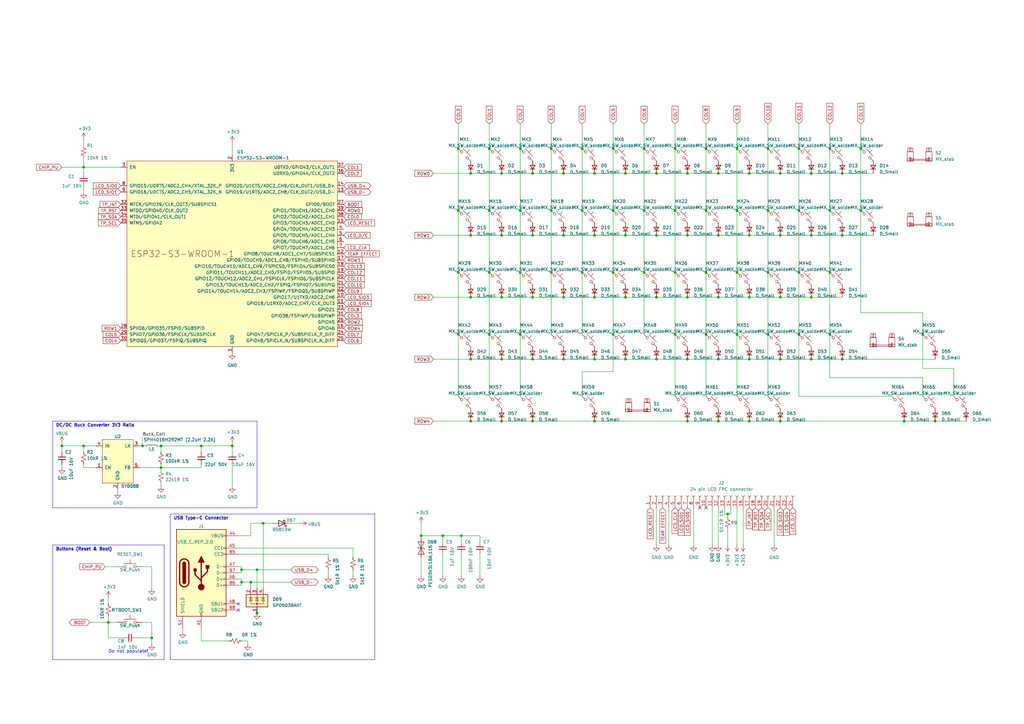
<source format=kicad_sch>
(kicad_sch (version 20230121) (generator eeschema)
  (paper "A3")
  (junction (at 307.34 71.12))
  (junction (at 383.54 172.72))
  (junction (at 340.36 86.36))
  (junction (at 294.64 121.92))
  (junction (at 200.66 60.96))
  (junction (at 205.74 121.92))
  (junction (at 238.76 111.76))
  (junction (at 264.16 111.76))
  (junction (at 105.41 233.68))
  (junction (at 44.45 255.27))
  (junction (at 340.36 60.96))
  (junction (at 172.72 219.71))
  (junction (at 187.96 60.96))
  (junction (at 345.44 147.32))
  (junction (at 302.26 86.36))
  (junction (at 218.44 121.92))
  (junction (at 302.26 111.76))
  (junction (at 251.46 137.16))
  (junction (at 340.36 137.16))
  (junction (at 107.95 214.63))
  (junction (at 269.24 121.92))
  (junction (at 213.36 86.36))
  (junction (at 281.94 96.52))
  (junction (at 218.44 96.52))
  (junction (at 99.06 238.76))
  (junction (at 269.24 96.52))
  (junction (at 276.86 86.36))
  (junction (at 213.36 137.16))
  (junction (at 345.44 71.12))
  (junction (at 243.84 172.72))
  (junction (at 226.06 60.96))
  (junction (at 281.94 147.32))
  (junction (at 302.26 137.16))
  (junction (at 314.96 86.36))
  (junction (at 320.04 121.92))
  (junction (at 243.84 96.52))
  (junction (at 281.94 172.72))
  (junction (at 264.16 86.36))
  (junction (at 307.34 96.52))
  (junction (at 353.06 86.36))
  (junction (at 213.36 60.96))
  (junction (at 205.74 71.12))
  (junction (at 314.96 60.96))
  (junction (at 243.84 71.12))
  (junction (at 289.56 111.76))
  (junction (at 213.36 111.76))
  (junction (at 58.42 182.88))
  (junction (at 226.06 86.36))
  (junction (at 200.66 86.36))
  (junction (at 314.96 111.76))
  (junction (at 345.44 96.52))
  (junction (at 256.54 96.52))
  (junction (at 193.04 121.92))
  (junction (at 205.74 96.52))
  (junction (at 193.04 172.72))
  (junction (at 353.06 60.96))
  (junction (at 218.44 172.72))
  (junction (at 82.55 182.88))
  (junction (at 281.94 71.12))
  (junction (at 187.96 86.36))
  (junction (at 200.66 111.76))
  (junction (at 99.06 233.68))
  (junction (at 187.96 111.76))
  (junction (at 276.86 60.96))
  (junction (at 231.14 96.52))
  (junction (at 95.25 182.88))
  (junction (at 320.04 147.32))
  (junction (at 307.34 121.92))
  (junction (at 307.34 172.72))
  (junction (at 251.46 86.36))
  (junction (at 289.56 86.36))
  (junction (at 226.06 111.76))
  (junction (at 294.64 172.72))
  (junction (at 294.64 96.52))
  (junction (at 34.29 68.58))
  (junction (at 281.94 121.92))
  (junction (at 205.74 172.72))
  (junction (at 238.76 60.96))
  (junction (at 298.45 210.82))
  (junction (at 181.61 219.71))
  (junction (at 269.24 147.32))
  (junction (at 205.74 147.32))
  (junction (at 251.46 60.96))
  (junction (at 256.54 71.12))
  (junction (at 327.66 60.96))
  (junction (at 66.04 182.88))
  (junction (at 25.4 182.88))
  (junction (at 256.54 147.32))
  (junction (at 276.86 111.76))
  (junction (at 289.56 137.16))
  (junction (at 332.74 147.32))
  (junction (at 276.86 137.16))
  (junction (at 231.14 121.92))
  (junction (at 105.41 251.46))
  (junction (at 302.26 60.96))
  (junction (at 193.04 147.32))
  (junction (at 256.54 121.92))
  (junction (at 327.66 137.16))
  (junction (at 332.74 71.12))
  (junction (at 251.46 111.76))
  (junction (at 332.74 121.92))
  (junction (at 264.16 60.96))
  (junction (at 289.56 60.96))
  (junction (at 269.24 71.12))
  (junction (at 320.04 71.12))
  (junction (at 231.14 71.12))
  (junction (at 327.66 86.36))
  (junction (at 243.84 147.32))
  (junction (at 243.84 121.92))
  (junction (at 231.14 147.32))
  (junction (at 378.46 137.16))
  (junction (at 218.44 71.12))
  (junction (at 193.04 96.52))
  (junction (at 294.64 147.32))
  (junction (at 320.04 172.72))
  (junction (at 66.04 191.77))
  (junction (at 238.76 86.36))
  (junction (at 294.64 71.12))
  (junction (at 218.44 147.32))
  (junction (at 200.66 137.16))
  (junction (at 327.66 111.76))
  (junction (at 102.87 238.76))
  (junction (at 307.34 147.32))
  (junction (at 62.23 261.62))
  (junction (at 193.04 71.12))
  (junction (at 34.29 182.88))
  (junction (at 189.23 219.71))
  (junction (at 320.04 96.52))
  (junction (at 187.96 137.16))
  (junction (at 332.74 96.52))
  (junction (at 340.36 111.76))
  (junction (at 314.96 137.16))
  (junction (at 370.84 172.72))
  (no_connect (at 97.79 250.19))
  (no_connect (at 287.02 208.28))
  (no_connect (at 97.79 247.65))
  (no_connect (at 289.56 208.28))
  (wire (pts (xy 314.96 60.96) (xy 314.96 86.36)))
  (wire (pts (xy 82.55 182.88) (xy 82.55 185.42)))
  (wire (pts (xy 105.41 233.68) (xy 105.41 241.3)))
  (wire (pts (xy 34.29 57.15) (xy 34.29 59.69)))
  (wire (pts (xy 276.86 137.16) (xy 276.86 162.56)))
  (wire (pts (xy 177.8 96.52) (xy 193.04 96.52)))
  (wire (pts (xy 200.66 137.16) (xy 200.66 162.56)))
  (polyline (pts (xy 21.59 223.52) (xy 21.59 270.51)))
  (wire (pts (xy 200.66 50.8) (xy 200.66 60.96)))
  (wire (pts (xy 302.26 208.28) (xy 302.26 223.52)))
  (wire (pts (xy 66.04 182.88) (xy 66.04 185.42)))
  (wire (pts (xy 25.4 185.42) (xy 25.4 182.88)))
  (wire (pts (xy 99.06 240.03) (xy 97.79 240.03)))
  (wire (pts (xy 243.84 96.52) (xy 256.54 96.52)))
  (wire (pts (xy 187.96 60.96) (xy 187.96 86.36)))
  (wire (pts (xy 327.66 60.96) (xy 327.66 86.36)))
  (wire (pts (xy 345.44 71.12) (xy 358.14 71.12)))
  (wire (pts (xy 34.29 191.77) (xy 39.37 191.77)))
  (wire (pts (xy 66.04 182.88) (xy 82.55 182.88)))
  (wire (pts (xy 95.25 181.61) (xy 95.25 182.88)))
  (wire (pts (xy 332.74 121.92) (xy 345.44 121.92)))
  (wire (pts (xy 281.94 147.32) (xy 294.64 147.32)))
  (wire (pts (xy 82.55 190.5) (xy 82.55 191.77)))
  (wire (pts (xy 327.66 162.56) (xy 365.76 162.56)))
  (wire (pts (xy 320.04 96.52) (xy 332.74 96.52)))
  (wire (pts (xy 226.06 111.76) (xy 226.06 137.16)))
  (wire (pts (xy 95.25 182.88) (xy 95.25 185.42)))
  (wire (pts (xy 332.74 147.32) (xy 345.44 147.32)))
  (wire (pts (xy 256.54 147.32) (xy 269.24 147.32)))
  (wire (pts (xy 307.34 172.72) (xy 320.04 172.72)))
  (wire (pts (xy 193.04 147.32) (xy 205.74 147.32)))
  (wire (pts (xy 269.24 147.32) (xy 281.94 147.32)))
  (wire (pts (xy 213.36 86.36) (xy 213.36 111.76)))
  (wire (pts (xy 269.24 121.92) (xy 281.94 121.92)))
  (wire (pts (xy 205.74 96.52) (xy 218.44 96.52)))
  (wire (pts (xy 297.18 210.82) (xy 298.45 210.82)))
  (wire (pts (xy 304.8 208.28) (xy 304.8 223.52)))
  (polyline (pts (xy 69.85 210.82) (xy 153.67 210.82)))
  (wire (pts (xy 177.8 121.92) (xy 193.04 121.92)))
  (wire (pts (xy 238.76 111.76) (xy 238.76 137.16)))
  (wire (pts (xy 269.24 96.52) (xy 281.94 96.52)))
  (wire (pts (xy 205.74 172.72) (xy 218.44 172.72)))
  (wire (pts (xy 320.04 121.92) (xy 332.74 121.92)))
  (polyline (pts (xy 67.31 270.51) (xy 67.31 223.52)))
  (wire (pts (xy 340.36 60.96) (xy 340.36 86.36)))
  (wire (pts (xy 378.46 154.94) (xy 378.46 162.56)))
  (wire (pts (xy 200.66 111.76) (xy 200.66 137.16)))
  (wire (pts (xy 58.42 232.41) (xy 62.23 232.41)))
  (wire (pts (xy 58.42 179.07) (xy 58.42 182.88)))
  (wire (pts (xy 281.94 172.72) (xy 294.64 172.72)))
  (wire (pts (xy 64.77 182.88) (xy 66.04 182.88)))
  (wire (pts (xy 105.41 233.68) (xy 119.38 233.68)))
  (wire (pts (xy 294.64 96.52) (xy 307.34 96.52)))
  (wire (pts (xy 44.45 252.73) (xy 44.45 255.27)))
  (wire (pts (xy 172.72 228.6) (xy 172.72 236.22)))
  (wire (pts (xy 55.88 261.62) (xy 62.23 261.62)))
  (wire (pts (xy 378.46 128.27) (xy 378.46 137.16)))
  (wire (pts (xy 181.61 219.71) (xy 172.72 219.71)))
  (wire (pts (xy 107.95 214.63) (xy 107.95 241.3)))
  (wire (pts (xy 102.87 241.3) (xy 102.87 238.76)))
  (wire (pts (xy 34.29 182.88) (xy 39.37 182.88)))
  (wire (pts (xy 134.62 233.68) (xy 134.62 236.22)))
  (wire (pts (xy 177.8 71.12) (xy 193.04 71.12)))
  (wire (pts (xy 213.36 60.96) (xy 213.36 86.36)))
  (wire (pts (xy 327.66 86.36) (xy 327.66 111.76)))
  (wire (pts (xy 196.85 222.25) (xy 196.85 219.71)))
  (wire (pts (xy 99.06 232.41) (xy 99.06 233.68)))
  (wire (pts (xy 226.06 86.36) (xy 226.06 111.76)))
  (wire (pts (xy 200.66 60.96) (xy 200.66 86.36)))
  (wire (pts (xy 187.96 50.8) (xy 187.96 60.96)))
  (wire (pts (xy 294.64 121.92) (xy 307.34 121.92)))
  (wire (pts (xy 391.16 151.13) (xy 391.16 162.56)))
  (wire (pts (xy 218.44 121.92) (xy 231.14 121.92)))
  (wire (pts (xy 57.15 182.88) (xy 58.42 182.88)))
  (wire (pts (xy 383.54 172.72) (xy 396.24 172.72)))
  (wire (pts (xy 134.62 227.33) (xy 134.62 228.6)))
  (wire (pts (xy 370.84 172.72) (xy 383.54 172.72)))
  (wire (pts (xy 340.36 50.8) (xy 340.36 60.96)))
  (wire (pts (xy 205.74 71.12) (xy 218.44 71.12)))
  (wire (pts (xy 97.79 219.71) (xy 102.87 219.71)))
  (wire (pts (xy 44.45 255.27) (xy 48.26 255.27)))
  (wire (pts (xy 307.34 71.12) (xy 320.04 71.12)))
  (wire (pts (xy 193.04 121.92) (xy 205.74 121.92)))
  (wire (pts (xy 320.04 147.32) (xy 332.74 147.32)))
  (wire (pts (xy 58.42 255.27) (xy 62.23 255.27)))
  (wire (pts (xy 95.25 58.42) (xy 95.25 63.5)))
  (wire (pts (xy 82.55 257.81) (xy 82.55 262.89)))
  (wire (pts (xy 218.44 147.32) (xy 231.14 147.32)))
  (wire (pts (xy 281.94 71.12) (xy 294.64 71.12)))
  (wire (pts (xy 82.55 262.89) (xy 93.98 262.89)))
  (wire (pts (xy 189.23 227.33) (xy 189.23 236.22)))
  (wire (pts (xy 256.54 71.12) (xy 269.24 71.12)))
  (polyline (pts (xy 21.59 172.72) (xy 21.59 208.28)))
  (wire (pts (xy 48.26 200.66) (xy 48.26 201.93)))
  (wire (pts (xy 264.16 111.76) (xy 264.16 137.16)))
  (wire (pts (xy 189.23 219.71) (xy 189.23 222.25)))
  (polyline (pts (xy 153.67 210.82) (xy 153.67 270.51)))
  (wire (pts (xy 251.46 152.4) (xy 238.76 152.4)))
  (wire (pts (xy 213.36 137.16) (xy 213.36 162.56)))
  (polyline (pts (xy 105.41 172.72) (xy 105.41 208.28)))
  (wire (pts (xy 289.56 86.36) (xy 289.56 111.76)))
  (polyline (pts (xy 69.85 210.82) (xy 69.85 270.51)))
  (wire (pts (xy 378.46 137.16) (xy 378.46 151.13)))
  (wire (pts (xy 314.96 50.8) (xy 314.96 60.96)))
  (wire (pts (xy 243.84 121.92) (xy 256.54 121.92)))
  (wire (pts (xy 292.1 208.28) (xy 292.1 223.52)))
  (wire (pts (xy 193.04 172.72) (xy 205.74 172.72)))
  (wire (pts (xy 269.24 71.12) (xy 281.94 71.12)))
  (wire (pts (xy 327.66 137.16) (xy 327.66 162.56)))
  (wire (pts (xy 238.76 152.4) (xy 238.76 162.56)))
  (wire (pts (xy 264.16 86.36) (xy 264.16 111.76)))
  (wire (pts (xy 327.66 50.8) (xy 327.66 60.96)))
  (wire (pts (xy 327.66 111.76) (xy 327.66 137.16)))
  (wire (pts (xy 196.85 227.33) (xy 196.85 236.22)))
  (wire (pts (xy 302.26 50.8) (xy 302.26 60.96)))
  (wire (pts (xy 177.8 172.72) (xy 193.04 172.72)))
  (wire (pts (xy 284.48 208.28) (xy 284.48 223.52)))
  (wire (pts (xy 274.32 208.28) (xy 274.32 223.52)))
  (wire (pts (xy 307.34 96.52) (xy 320.04 96.52)))
  (polyline (pts (xy 21.59 172.72) (xy 105.41 172.72)))
  (wire (pts (xy 297.18 208.28) (xy 297.18 210.82)))
  (wire (pts (xy 264.16 50.8) (xy 264.16 60.96)))
  (wire (pts (xy 105.41 251.46) (xy 105.41 250.19)))
  (wire (pts (xy 307.34 147.32) (xy 320.04 147.32)))
  (wire (pts (xy 243.84 172.72) (xy 281.94 172.72)))
  (wire (pts (xy 251.46 50.8) (xy 251.46 60.96)))
  (wire (pts (xy 302.26 60.96) (xy 302.26 86.36)))
  (wire (pts (xy 238.76 50.8) (xy 238.76 60.96)))
  (wire (pts (xy 25.4 181.61) (xy 25.4 182.88)))
  (wire (pts (xy 294.64 71.12) (xy 307.34 71.12)))
  (wire (pts (xy 314.96 86.36) (xy 314.96 111.76)))
  (wire (pts (xy 289.56 60.96) (xy 289.56 86.36)))
  (wire (pts (xy 172.72 219.71) (xy 172.72 220.98)))
  (wire (pts (xy 281.94 121.92) (xy 294.64 121.92)))
  (wire (pts (xy 294.64 208.28) (xy 294.64 223.52)))
  (wire (pts (xy 99.06 234.95) (xy 97.79 234.95)))
  (wire (pts (xy 276.86 60.96) (xy 276.86 86.36)))
  (wire (pts (xy 340.36 86.36) (xy 340.36 111.76)))
  (polyline (pts (xy 67.31 223.52) (xy 21.59 223.52)))
  (wire (pts (xy 320.04 172.72) (xy 370.84 172.72)))
  (wire (pts (xy 281.94 96.52) (xy 294.64 96.52)))
  (wire (pts (xy 34.29 185.42) (xy 34.29 182.88)))
  (wire (pts (xy 34.29 190.5) (xy 34.29 191.77)))
  (wire (pts (xy 62.23 261.62) (xy 62.23 264.16)))
  (wire (pts (xy 119.38 214.63) (xy 123.19 214.63)))
  (wire (pts (xy 205.74 121.92) (xy 218.44 121.92)))
  (wire (pts (xy 57.15 191.77) (xy 66.04 191.77)))
  (wire (pts (xy 276.86 86.36) (xy 276.86 111.76)))
  (wire (pts (xy 144.78 224.79) (xy 144.78 228.6)))
  (wire (pts (xy 62.23 232.41) (xy 62.23 241.3)))
  (wire (pts (xy 25.4 68.58) (xy 34.29 68.58)))
  (wire (pts (xy 251.46 60.96) (xy 251.46 86.36)))
  (wire (pts (xy 196.85 219.71) (xy 189.23 219.71)))
  (wire (pts (xy 218.44 71.12) (xy 231.14 71.12)))
  (wire (pts (xy 102.87 219.71) (xy 102.87 214.63)))
  (wire (pts (xy 231.14 121.92) (xy 243.84 121.92)))
  (wire (pts (xy 107.95 214.63) (xy 111.76 214.63)))
  (wire (pts (xy 99.06 238.76) (xy 102.87 238.76)))
  (wire (pts (xy 231.14 71.12) (xy 243.84 71.12)))
  (polyline (pts (xy 21.59 208.28) (xy 105.41 208.28)))
  (wire (pts (xy 302.26 137.16) (xy 302.26 162.56)))
  (wire (pts (xy 181.61 222.25) (xy 181.61 219.71)))
  (wire (pts (xy 95.25 190.5) (xy 95.25 199.39)))
  (wire (pts (xy 34.29 68.58) (xy 34.29 71.12)))
  (wire (pts (xy 66.04 191.77) (xy 66.04 193.04)))
  (wire (pts (xy 205.74 147.32) (xy 218.44 147.32)))
  (wire (pts (xy 307.34 121.92) (xy 320.04 121.92)))
  (wire (pts (xy 97.79 237.49) (xy 99.06 237.49)))
  (wire (pts (xy 187.96 111.76) (xy 187.96 137.16)))
  (wire (pts (xy 320.04 71.12) (xy 332.74 71.12)))
  (wire (pts (xy 276.86 111.76) (xy 276.86 137.16)))
  (wire (pts (xy 243.84 147.32) (xy 256.54 147.32)))
  (wire (pts (xy 99.06 233.68) (xy 99.06 234.95)))
  (wire (pts (xy 187.96 86.36) (xy 187.96 111.76)))
  (wire (pts (xy 340.36 111.76) (xy 340.36 137.16)))
  (wire (pts (xy 25.4 182.88) (xy 34.29 182.88)))
  (wire (pts (xy 238.76 60.96) (xy 238.76 86.36)))
  (wire (pts (xy 74.93 257.81) (xy 74.93 259.08)))
  (wire (pts (xy 193.04 96.52) (xy 205.74 96.52)))
  (wire (pts (xy 378.46 151.13) (xy 391.16 151.13)))
  (wire (pts (xy 251.46 111.76) (xy 251.46 137.16)))
  (wire (pts (xy 172.72 214.63) (xy 172.72 219.71)))
  (wire (pts (xy 294.64 147.32) (xy 307.34 147.32)))
  (wire (pts (xy 44.45 245.11) (xy 44.45 247.65)))
  (wire (pts (xy 102.87 214.63) (xy 107.95 214.63)))
  (wire (pts (xy 231.14 96.52) (xy 243.84 96.52)))
  (polyline (pts (xy 21.59 270.51) (xy 67.31 270.51)))
  (wire (pts (xy 213.36 111.76) (xy 213.36 137.16)))
  (wire (pts (xy 314.96 137.16) (xy 314.96 162.56)))
  (wire (pts (xy 238.76 86.36) (xy 238.76 111.76)))
  (wire (pts (xy 294.64 172.72) (xy 307.34 172.72)))
  (wire (pts (xy 34.29 68.58) (xy 49.53 68.58)))
  (wire (pts (xy 97.79 232.41) (xy 99.06 232.41)))
  (wire (pts (xy 187.96 137.16) (xy 187.96 162.56)))
  (wire (pts (xy 218.44 96.52) (xy 231.14 96.52)))
  (wire (pts (xy 289.56 111.76) (xy 289.56 137.16)))
  (wire (pts (xy 256.54 96.52) (xy 269.24 96.52)))
  (wire (pts (xy 25.4 190.5) (xy 25.4 191.77)))
  (wire (pts (xy 332.74 96.52) (xy 345.44 96.52)))
  (wire (pts (xy 36.83 255.27) (xy 44.45 255.27)))
  (wire (pts (xy 264.16 60.96) (xy 264.16 86.36)))
  (wire (pts (xy 332.74 71.12) (xy 345.44 71.12)))
  (wire (pts (xy 181.61 219.71) (xy 189.23 219.71)))
  (wire (pts (xy 97.79 224.79) (xy 144.78 224.79)))
  (wire (pts (xy 97.79 227.33) (xy 134.62 227.33)))
  (wire (pts (xy 298.45 210.82) (xy 299.72 210.82)))
  (wire (pts (xy 34.29 76.2) (xy 34.29 78.74)))
  (wire (pts (xy 251.46 86.36) (xy 251.46 111.76)))
  (wire (pts (xy 181.61 236.22) (xy 181.61 227.33)))
  (wire (pts (xy 62.23 255.27) (xy 62.23 261.62)))
  (wire (pts (xy 256.54 121.92) (xy 269.24 121.92)))
  (wire (pts (xy 144.78 233.68) (xy 144.78 236.22)))
  (wire (pts (xy 99.06 233.68) (xy 105.41 233.68)))
  (wire (pts (xy 226.06 60.96) (xy 226.06 86.36)))
  (wire (pts (xy 251.46 137.16) (xy 251.46 152.4)))
  (wire (pts (xy 226.06 50.8) (xy 226.06 60.96)))
  (wire (pts (xy 289.56 50.8) (xy 289.56 60.96)))
  (wire (pts (xy 99.06 262.89) (xy 101.6 262.89)))
  (wire (pts (xy 102.87 238.76) (xy 119.38 238.76)))
  (wire (pts (xy 101.6 262.89) (xy 101.6 264.16)))
  (wire (pts (xy 177.8 147.32) (xy 193.04 147.32)))
  (wire (pts (xy 66.04 190.5) (xy 66.04 191.77)))
  (wire (pts (xy 231.14 147.32) (xy 243.84 147.32)))
  (wire (pts (xy 218.44 172.72) (xy 243.84 172.72)))
  (wire (pts (xy 66.04 198.12) (xy 66.04 199.39)))
  (wire (pts (xy 269.24 208.28) (xy 269.24 223.52)))
  (wire (pts (xy 353.06 60.96) (xy 353.06 86.36)))
  (wire (pts (xy 289.56 137.16) (xy 289.56 162.56)))
  (wire (pts (xy 298.45 210.82) (xy 298.45 212.09)))
  (wire (pts (xy 99.06 238.76) (xy 99.06 240.03)))
  (wire (pts (xy 340.36 154.94) (xy 378.46 154.94)))
  (wire (pts (xy 276.86 50.8) (xy 276.86 60.96)))
  (polyline (pts (xy 69.85 270.51) (xy 153.67 270.51)))
  (wire (pts (xy 44.45 261.62) (xy 50.8 261.62)))
  (wire (pts (xy 43.18 232.41) (xy 48.26 232.41)))
  (wire (pts (xy 82.55 182.88) (xy 95.25 182.88)))
  (wire (pts (xy 58.42 182.88) (xy 59.69 182.88)))
  (wire (pts (xy 317.5 208.28) (xy 317.5 223.52)))
  (wire (pts (xy 34.29 68.58) (xy 34.29 64.77)))
  (wire (pts (xy 213.36 50.8) (xy 213.36 60.96)))
  (wire (pts (xy 340.36 137.16) (xy 340.36 154.94)))
  (wire (pts (xy 345.44 96.52) (xy 358.14 96.52)))
  (wire (pts (xy 353.06 128.27) (xy 378.46 128.27)))
  (wire (pts (xy 353.06 86.36) (xy 353.06 128.27)))
  (wire (pts (xy 345.44 147.32) (xy 383.54 147.32)))
  (wire (pts (xy 44.45 261.62) (xy 44.45 255.27)))
  (wire (pts (xy 314.96 111.76) (xy 314.96 137.16)))
  (wire (pts (xy 243.84 71.12) (xy 256.54 71.12)))
  (wire (pts (xy 353.06 50.8) (xy 353.06 60.96)))
  (wire (pts (xy 99.06 237.49) (xy 99.06 238.76)))
  (wire (pts (xy 82.55 191.77) (xy 66.04 191.77)))
  (wire (pts (xy 299.72 210.82) (xy 299.72 208.28)))
  (wire (pts (xy 302.26 111.76) (xy 302.26 137.16)))
  (wire (pts (xy 193.04 71.12) (xy 205.74 71.12)))
  (wire (pts (xy 298.45 217.17) (xy 298.45 223.52)))
  (wire (pts (xy 302.26 86.36) (xy 302.26 111.76)))
  (wire (pts (xy 200.66 86.36) (xy 200.66 111.76)))
  (text "Do not populate!" (at 44.45 267.97 0) (effects (font (size 1.27 1.27)) (justify left bottom)))
  (text "Buttons (Reset & Boot)" (at 22.86 226.06 0) (effects (font (size 1.27 1.27) (thickness 0.254) bold) (justify left bottom)))
  (text "DC/DC Buck Converter 3V3 Rails" (at 22.86 175.26 0) (effects (font (size 1.27 1.27) (thickness 0.254) bold) (justify left bottom)))
  (text "USB Type-C Connector" (at 71.12 213.36 0) (effects (font (size 1.27 1.27) (thickness 0.254) bold) (justify left bottom)))
  (label "Buck_Coil" (at 58.42 179.07 0))
  (global_label "LCD_SIO0" (shape input) (at 49.53 76.2 180) (property "Intersheetrefs" "${INTERSHEET_REFS}" (effects hide)))
  (global_label "BOOT" (shape bidirectional) (at 36.83 255.27 180) (property "Intersheetrefs" "${INTERSHEET_REFS}" (effects hide)))
  (global_label "COL9" (shape input) (at 140.97 119.38 0) (property "Intersheetrefs" "${INTERSHEET_REFS}" (effects hide)))
  (global_label "COL5" (shape input) (at 251.46 50.8 90) (property "Intersheetrefs" "${INTERSHEET_REFS}" (effects hide)))
  (global_label "CHIP_PU" (shape input) (at 25.4 68.58 180) (property "Intersheetrefs" "${INTERSHEET_REFS}" (effects hide)))
  (global_label "LCD_SIO4" (shape input) (at 322.58 208.28 270) (property "Intersheetrefs" "${INTERSHEET_REFS}" (effects hide)))
  (global_label "LCD_SIO3" (shape input) (at 320.04 208.28 270) (property "Intersheetrefs" "${INTERSHEET_REFS}" (effects hide)))
  (global_label "USB_D+" (shape bidirectional) (at 119.38 233.68 0) (property "Intersheetrefs" "${INTERSHEET_REFS}" (effects hide)))
  (global_label "COL10" (shape input) (at 314.96 50.8 90) (property "Intersheetrefs" "${INTERSHEET_REFS}" (effects hide)))
  (global_label "COL7" (shape input) (at 276.86 50.8 90) (property "Intersheetrefs" "${INTERSHEET_REFS}" (effects hide)))
  (global_label "TP_RST" (shape input) (at 49.53 86.36 180) (property "Intersheetrefs" "${INTERSHEET_REFS}" (effects hide)))
  (global_label "TP_RST" (shape input) (at 309.88 208.28 270) (property "Intersheetrefs" "${INTERSHEET_REFS}" (effects hide)))
  (global_label "COL7" (shape input) (at 140.97 137.16 0) (property "Intersheetrefs" "${INTERSHEET_REFS}" (effects hide)))
  (global_label "ROW2" (shape input) (at 177.8 121.92 180) (property "Intersheetrefs" "${INTERSHEET_REFS}" (effects hide)))
  (global_label "ROW0" (shape input) (at 177.8 71.12 180) (property "Intersheetrefs" "${INTERSHEET_REFS}" (effects hide)))
  (global_label "USB_D-" (shape bidirectional) (at 140.97 78.74 0) (property "Intersheetrefs" "${INTERSHEET_REFS}" (effects hide)))
  (global_label "COL2" (shape input) (at 140.97 71.12 0) (property "Intersheetrefs" "${INTERSHEET_REFS}" (effects hide)))
  (global_label "TP_SCL" (shape input) (at 49.53 91.44 180) (property "Intersheetrefs" "${INTERSHEET_REFS}" (effects hide)))
  (global_label "COL10" (shape input) (at 140.97 116.84 0) (property "Intersheetrefs" "${INTERSHEET_REFS}" (effects hide)))
  (global_label "BOOT" (shape input) (at 140.97 83.82 0) (property "Intersheetrefs" "${INTERSHEET_REFS}" (effects hide)))
  (global_label "LCD_SIO4" (shape input) (at 140.97 124.46 0) (property "Intersheetrefs" "${INTERSHEET_REFS}" (effects hide)))
  (global_label "COL13" (shape input) (at 353.06 50.8 90) (property "Intersheetrefs" "${INTERSHEET_REFS}" (effects hide)))
  (global_label "COL4" (shape input) (at 238.76 50.8 90) (property "Intersheetrefs" "${INTERSHEET_REFS}" (effects hide)))
  (global_label "LCD_SIO1" (shape input) (at 49.53 78.74 180) (property "Intersheetrefs" "${INTERSHEET_REFS}" (effects hide)))
  (global_label "ROW2" (shape input) (at 140.97 132.08 0) (property "Intersheetrefs" "${INTERSHEET_REFS}" (effects hide)))
  (global_label "USB_D-" (shape bidirectional) (at 119.38 238.76 0) (property "Intersheetrefs" "${INTERSHEET_REFS}" (effects hide)))
  (global_label "COL4" (shape input) (at 49.53 139.7 180) (property "Intersheetrefs" "${INTERSHEET_REFS}" (effects hide)))
  (global_label "TP_SDA" (shape input) (at 312.42 208.28 270) (property "Intersheetrefs" "${INTERSHEET_REFS}" (effects hide)))
  (global_label "COL12" (shape input) (at 140.97 111.76 0) (property "Intersheetrefs" "${INTERSHEET_REFS}" (effects hide)))
  (global_label "LCD_D{slash}C" (shape input) (at 140.97 96.52 0) (property "Intersheetrefs" "${INTERSHEET_REFS}" (effects hide)))
  (global_label "ROW4" (shape input) (at 140.97 134.62 0) (property "Intersheetrefs" "${INTERSHEET_REFS}" (effects hide)))
  (global_label "COL8" (shape input) (at 140.97 127 0) (property "Intersheetrefs" "${INTERSHEET_REFS}" (effects hide)))
  (global_label "TEAR EFFECT" (shape input) (at 271.78 208.28 270) (property "Intersheetrefs" "${INTERSHEET_REFS}" (effects hide)))
  (global_label "LCD_RESET" (shape input) (at 266.7 208.28 270) (property "Intersheetrefs" "${INTERSHEET_REFS}" (effects hide)))
  (global_label "COL0" (shape input) (at 187.96 50.8 90) (property "Intersheetrefs" "${INTERSHEET_REFS}" (effects hide)))
  (global_label "COL3" (shape input) (at 226.06 50.8 90) (property "Intersheetrefs" "${INTERSHEET_REFS}" (effects hide)))
  (global_label "COL12" (shape input) (at 340.36 50.8 90) (property "Intersheetrefs" "${INTERSHEET_REFS}" (effects hide)))
  (global_label "COL1" (shape input) (at 200.66 50.8 90) (property "Intersheetrefs" "${INTERSHEET_REFS}" (effects hide)))
  (global_label "ROW3" (shape input) (at 140.97 106.68 0) (property "Intersheetrefs" "${INTERSHEET_REFS}" (effects hide)))
  (global_label "COL3" (shape input) (at 140.97 129.54 0) (property "Intersheetrefs" "${INTERSHEET_REFS}" (effects hide)))
  (global_label "LCD_CLK" (shape input) (at 276.86 208.28 270) (property "Intersheetrefs" "${INTERSHEET_REFS}" (effects hide)))
  (global_label "ROW3" (shape input) (at 177.8 147.32 180) (property "Intersheetrefs" "${INTERSHEET_REFS}" (effects hide)))
  (global_label "TP_INT" (shape input) (at 307.34 208.28 270) (property "Intersheetrefs" "${INTERSHEET_REFS}" (effects hide)))
  (global_label "LCD_D{slash}C" (shape input) (at 325.12 208.28 270) (property "Intersheetrefs" "${INTERSHEET_REFS}" (effects hide)))
  (global_label "COL9" (shape input) (at 302.26 50.8 90) (property "Intersheetrefs" "${INTERSHEET_REFS}" (effects hide)))
  (global_label "LCD_RESET" (shape input) (at 140.97 91.44 0) (property "Intersheetrefs" "${INTERSHEET_REFS}" (effects hide)))
  (global_label "COL0" (shape input) (at 140.97 88.9 0) (property "Intersheetrefs" "${INTERSHEET_REFS}" (effects hide)))
  (global_label "ROW1" (shape input) (at 49.53 134.62 180) (property "Intersheetrefs" "${INTERSHEET_REFS}" (effects hide)))
  (global_label "TEAR EFFECT" (shape input) (at 140.97 104.14 0) (property "Intersheetrefs" "${INTERSHEET_REFS}" (effects hide)))
  (global_label "COL5" (shape input) (at 49.53 137.16 180) (property "Intersheetrefs" "${INTERSHEET_REFS}" (effects hide)))
  (global_label "TP_INT" (shape input) (at 49.53 83.82 180) (property "Intersheetrefs" "${INTERSHEET_REFS}" (effects hide)))
  (global_label "COL13" (shape input) (at 140.97 109.22 0) (property "Intersheetrefs" "${INTERSHEET_REFS}" (effects hide)))
  (global_label "COL2" (shape input) (at 213.36 50.8 90) (property "Intersheetrefs" "${INTERSHEET_REFS}" (effects hide)))
  (global_label "LCD_SIO1" (shape input) (at 279.4 208.28 270) (property "Intersheetrefs" "${INTERSHEET_REFS}" (effects hide)))
  (global_label "ROW0" (shape input) (at 140.97 86.36 0) (property "Intersheetrefs" "${INTERSHEET_REFS}" (effects hide)))
  (global_label "COL8" (shape input) (at 289.56 50.8 90) (property "Intersheetrefs" "${INTERSHEET_REFS}" (effects hide)))
  (global_label "COL1" (shape input) (at 140.97 68.58 0) (property "Intersheetrefs" "${INTERSHEET_REFS}" (effects hide)))
  (global_label "ROW1" (shape input) (at 177.8 96.52 180) (property "Intersheetrefs" "${INTERSHEET_REFS}" (effects hide)))
  (global_label "COL11" (shape input) (at 140.97 114.3 0) (property "Intersheetrefs" "${INTERSHEET_REFS}" (effects hide)))
  (global_label "TP_SDA" (shape input) (at 49.53 88.9 180) (property "Intersheetrefs" "${INTERSHEET_REFS}" (effects hide)))
  (global_label "COL6" (shape input) (at 264.16 50.8 90) (property "Intersheetrefs" "${INTERSHEET_REFS}" (effects hide)))
  (global_label "TP_SCL" (shape input) (at 314.96 208.28 270) (property "Intersheetrefs" "${INTERSHEET_REFS}" (effects hide)))
  (global_label "LCD_SIO3" (shape input) (at 140.97 121.92 0) (property "Intersheetrefs" "${INTERSHEET_REFS}" (effects hide)))
  (global_label "COL11" (shape input) (at 327.66 50.8 90) (property "Intersheetrefs" "${INTERSHEET_REFS}" (effects hide)))
  (global_label "ROW4" (shape input) (at 177.8 172.72 180) (property "Intersheetrefs" "${INTERSHEET_REFS}" (effects hide)))
  (global_label "USB_D+" (shape bidirectional) (at 140.97 76.2 0) (property "Intersheetrefs" "${INTERSHEET_REFS}" (effects hide)))
  (global_label "LCD_CLK" (shape input) (at 140.97 101.6 0) (property "Intersheetrefs" "${INTERSHEET_REFS}" (effects hide)))
  (global_label "LCD_SIO0" (shape input) (at 281.94 208.28 270) (property "Intersheetrefs" "${INTERSHEET_REFS}" (effects hide)))
  (global_label "CHIP_PU" (shape input) (at 43.18 232.41 180) (property "Intersheetrefs" "${INTERSHEET_REFS}" (effects hide)))
  (global_label "COL6" (shape input) (at 140.97 139.7 0) (property "Intersheetrefs" "${INTERSHEET_REFS}" (effects hide)))
  (symbol (lib_id "Device:R_Small_US") (at 34.29 62.23 0) (unit 1)
    (property "Reference" "R1" (at 35.56 59.69 0) (effects (justify left)))
    (property "Value" "10kR 1%" (at 35.56 64.77 0) (effects (justify left)))
    (property "Footprint" "Resistor_SMD:R_0603_1608Metric" (effects hide))
    (property "LCSC" "C25744" (effects hide))
  )
  (symbol (lib_id "Device:D_Small") (at 294.64 93.98 90) (unit 1)
    (property "Reference" "D23" (at 297.18 93.345 90) (effects (justify right)))
    (property "Value" "D_Small" (at 297.18 95.885 90) (effects (justify right)))
    (property "Footprint" "Diode_SMD:D_SOD-123" (effects hide))
    (property "Sim.Device" "D" (effects hide))
    (property "Sim.Pins" "1=K 2=A" (effects hide))
  )
  (symbol (lib_id "Device:D_Small") (at 218.44 68.58 90) (unit 1)
    (property "Reference" "D3" (at 220.98 67.945 90) (effects (justify right)))
    (property "Value" "D_Small" (at 220.98 70.485 90) (effects (justify right)))
    (property "Footprint" "Diode_SMD:D_SOD-123" (effects hide))
    (property "Sim.Device" "D" (effects hide))
    (property "Sim.Pins" "1=K 2=A" (effects hide))
  )
  (symbol (lib_id "PCM_marbastlib-mx:MX_SW_solder") (at 342.9 88.9 0) (unit 1)
    (property "Reference" "MX27" (at 342.9 82.55 0))
    (property "Value" "MX_SW_solder" (at 342.9 85.09 0))
    (property "Footprint" "PCM_marbastlib-mx:SW_MX_1u" (effects hide))
  )
  (symbol (lib_id "PCM_marbastlib-mx:MX_SW_solder") (at 342.9 114.3 0) (unit 1)
    (property "Reference" "MX41" (at 342.9 107.95 0))
    (property "Value" "MX_SW_solder" (at 342.9 110.49 0))
    (property "Footprint" "PCM_marbastlib-mx:SW_MX_1u" (effects hide))
  )
  (symbol (lib_id "Device:D_Small") (at 243.84 144.78 90) (unit 1)
    (property "Reference" "D46" (at 246.38 144.145 90) (effects (justify right)))
    (property "Value" "D_Small" (at 246.38 146.685 90) (effects (justify right)))
    (property "Footprint" "Diode_SMD:D_SOD-123" (effects hide))
    (property "Sim.Device" "D" (effects hide))
    (property "Sim.Pins" "1=K 2=A" (effects hide))
  )
  (symbol (lib_id "PCM_marbastlib-mx:MX_SW_solder") (at 241.3 165.1 0) (unit 1)
    (property "Reference" "MX59" (at 241.3 158.75 0))
    (property "Value" "MX_SW_solder" (at 241.3 161.29 0))
    (property "Footprint" "PCM_marbastlib-mx:SW_MX_1u" (effects hide))
  )
  (symbol (lib_id "PCM_marbastlib-mx:MX_SW_solder") (at 254 139.7 0) (unit 1)
    (property "Reference" "MX47" (at 254 133.35 0))
    (property "Value" "MX_SW_solder" (at 254 135.89 0))
    (property "Footprint" "PCM_marbastlib-mx:SW_MX_1u" (effects hide))
  )
  (symbol (lib_id "Device:D_Small") (at 294.64 68.58 90) (unit 1)
    (property "Reference" "D9" (at 297.18 67.945 90) (effects (justify right)))
    (property "Value" "D_Small" (at 297.18 70.485 90) (effects (justify right)))
    (property "Footprint" "Diode_SMD:D_SOD-123" (effects hide))
    (property "Sim.Device" "D" (effects hide))
    (property "Sim.Pins" "1=K 2=A" (effects hide))
  )
  (symbol (lib_id "Device:C_Small") (at 34.29 73.66 0) (unit 1)
    (property "Reference" "C1" (at 27.94 72.39 0) (effects (justify left)))
    (property "Value" "1uF 16V" (at 25.4 76.2 0) (effects (justify left)))
    (property "Footprint" "Capacitor_SMD:C_0603_1608Metric" (effects hide))
    (property "LCSC" "C52923" (effects hide))
  )
  (symbol (lib_id "power:GND") (at 25.4 191.77 0) (unit 1)
    (property "Reference" "#PWR06" (effects hide))
    (property "Value" "GND" (at 25.527 196.1642 0))
  )
  (symbol (lib_id "PCM_marbastlib-mx:MX_SW_solder") (at 393.7 165.1 0) (unit 1)
    (property "Reference" "MX66" (at 393.7 158.75 0))
    (property "Value" "MX_SW_solder" (at 393.7 161.29 0))
    (property "Footprint" "PCM_marbastlib-mx:SW_MX_1u" (effects hide))
  )
  (symbol (lib_id "Connector:USB_C_Receptacle_USB2.0") (at 82.55 234.95 0) (unit 1)
    (property "Reference" "J1" (at 82.55 215.9 0))
    (property "Value" "USB_C_REP_2.0" (at 80.01 222.25 0))
    (property "Footprint" "Connector_USB:USB_C_Receptacle_HRO_TYPE-C-31-M-12" (effects hide))
    (property "Datasheet" "https://www.usb.org/sites/default/files/documents/usb_type-c.zip" (effects hide))
  )
  (symbol (lib_id "PCM_marbastlib-mx:MX_SW_solder") (at 203.2 88.9 0) (unit 1)
    (property "Reference" "MX16" (at 203.2 82.55 0))
    (property "Value" "MX_SW_solder" (at 203.2 85.09 0))
    (property "Footprint" "PCM_marbastlib-mx:SW_MX_1u" (effects hide))
  )
  (symbol (lib_id "Connector:Conn_01x24_Socket") (at 294.64 203.2 90) (unit 1)
    (property "Reference" "J2" (at 295.91 198.12 90))
    (property "Value" "24 pin LCD FPC connector" (at 295.91 200.66 90))
    (property "Footprint" "24P_LCD_CONN:CONN-SMD_24P-P0.40_X0400FVS-24-LPSN-LINEAR" (effects hide))
  )
  (symbol (lib_id "power:+3V3") (at 44.45 245.11 0) (unit 1)
    (property "Reference" "#PWR019" (effects hide))
    (property "Value" "+3V3" (at 44.831 240.7158 0))
  )
  (symbol (lib_id "Device:C_Small") (at 82.55 187.96 0) (unit 1)
    (property "Reference" "C3" (at 84.8868 186.7916 0) (effects (justify left)))
    (property "Value" "22pF 50V" (at 83.82 190.5 0) (effects (justify left)))
    (property "Footprint" "Capacitor_SMD:C_0603_1608Metric" (effects hide))
    (property "LCSC" "C1653" (effects hide))
  )
  (symbol (lib_name "GND_3") (lib_id "power:GND") (at 292.1 223.52 0) (unit 1)
    (property "Reference" "#PWR030" (effects hide))
    (property "Value" "GND" (at 292.1 228.6 90))
  )
  (symbol (lib_id "Device:L_Small") (at 62.23 182.88 90) (unit 1)
    (property "Reference" "L1" (at 62.23 184.15 90))
    (property "Value" "SPH4018H2R2MT (2.2uH 2.2A)" (at 73.66 180.34 90))
    (property "Footprint" "Inductor_SMD:L_Bourns-SRN4018" (effects hide))
    (property "LCSC" "C370436" (effects hide))
  )
  (symbol (lib_id "Device:D_Small") (at 218.44 119.38 90) (unit 1)
    (property "Reference" "D31" (at 220.98 118.745 90) (effects (justify right)))
    (property "Value" "D_Small" (at 220.98 121.285 90) (effects (justify right)))
    (property "Footprint" "Diode_SMD:D_SOD-123" (effects hide))
    (property "Sim.Device" "D" (effects hide))
    (property "Sim.Pins" "1=K 2=A" (effects hide))
  )
  (symbol (lib_id "PCM_marbastlib-mx:MX_SW_solder") (at 304.8 63.5 0) (unit 1)
    (property "Reference" "MX10" (at 304.8 57.15 0))
    (property "Value" "MX_SW_solder" (at 304.8 59.69 0))
    (property "Footprint" "PCM_marbastlib-mx:SW_MX_1u" (effects hide))
  )
  (symbol (lib_id "PCM_marbastlib-mx:MX_SW_solder") (at 304.8 139.7 0) (unit 1)
    (property "Reference" "MX51" (at 304.8 133.35 0))
    (property "Value" "MX_SW_solder" (at 304.8 135.89 0))
    (property "Footprint" "PCM_marbastlib-mx:SW_MX_1u" (effects hide))
  )
  (symbol (lib_id "Device:D_Small") (at 193.04 93.98 90) (unit 1)
    (property "Reference" "D15" (at 195.58 93.345 90) (effects (justify right)))
    (property "Value" "D_Small" (at 195.58 95.885 90) (effects (justify right)))
    (property "Footprint" "Diode_SMD:D_SOD-123" (effects hide))
    (property "Sim.Device" "D" (effects hide))
    (property "Sim.Pins" "1=K 2=A" (effects hide))
  )
  (symbol (lib_id "PCM_marbastlib-mx:MX_SW_solder") (at 228.6 88.9 0) (unit 1)
    (property "Reference" "MX18" (at 228.6 82.55 0))
    (property "Value" "MX_SW_solder" (at 228.6 85.09 0))
    (property "Footprint" "PCM_marbastlib-mx:SW_MX_1u" (effects hide))
  )
  (symbol (lib_id "PCM_marbastlib-mx:MX_stab") (at 361.95 139.7 0) (unit 1)
    (property "Reference" "S4" (at 368.3 138.938 0) (effects (justify left)))
    (property "Value" "MX_stab" (at 368.3 141.478 0) (effects (justify left)))
    (property "Footprint" "PCM_marbastlib-mx:STAB_MX_P_2.75u" (effects hide))
  )
  (symbol (lib_id "Device:D_Small") (at 383.54 170.18 90) (unit 1)
    (property "Reference" "D65" (at 386.08 169.545 90) (effects (justify right)))
    (property "Value" "D_Small" (at 386.08 172.085 90) (effects (justify right)))
    (property "Footprint" "Diode_SMD:D_SOD-123" (effects hide))
    (property "Sim.Device" "D" (effects hide))
    (property "Sim.Pins" "1=K 2=A" (effects hide))
  )
  (symbol (lib_id "Device:D_Small") (at 256.54 144.78 90) (unit 1)
    (property "Reference" "D47" (at 259.08 144.145 90) (effects (justify right)))
    (property "Value" "D_Small" (at 259.08 146.685 90) (effects (justify right)))
    (property "Footprint" "Diode_SMD:D_SOD-123" (effects hide))
    (property "Sim.Device" "D" (effects hide))
    (property "Sim.Pins" "1=K 2=A" (effects hide))
  )
  (symbol (lib_id "PCM_marbastlib-mx:MX_SW_solder") (at 381 165.1 0) (unit 1)
    (property "Reference" "MX65" (at 381 158.75 0))
    (property "Value" "MX_SW_solder" (at 381 161.29 0))
    (property "Footprint" "PCM_marbastlib-mx:SW_MX_1u" (effects hide))
  )
  (symbol (lib_id "PCM_marbastlib-mx:MX_SW_solder") (at 355.6 63.5 0) (unit 1)
    (property "Reference" "MX14" (at 355.6 57.15 0))
    (property "Value" "MX_SW_solder" (at 355.6 59.69 0))
    (property "Footprint" "PCM_marbastlib-mx:SW_MX_1u" (effects hide))
  )
  (symbol (lib_id "PCM_marbastlib-mx:MX_SW_solder") (at 190.5 88.9 0) (unit 1)
    (property "Reference" "MX15" (at 190.5 82.55 0))
    (property "Value" "MX_SW_solder" (at 190.5 85.09 0))
    (property "Footprint" "PCM_marbastlib-mx:SW_MX_1.5u" (effects hide))
  )
  (symbol (lib_id "Device:C_Small") (at 189.23 224.79 0) (unit 1)
    (property "Reference" "C6" (at 190.5 222.25 0) (effects (justify left)))
    (property "Value" "100nF 10V" (at 193.04 234.95 90) (effects (justify left)))
    (property "Footprint" "Capacitor_SMD:C_0603_1608Metric" (effects hide))
    (property "LCSC" "C1525" (effects hide))
  )
  (symbol (lib_id "Device:D_Small") (at 358.14 93.98 90) (unit 1)
    (property "Reference" "D28" (at 360.68 93.345 90) (effects (justify right)))
    (property "Value" "D_Small" (at 360.68 95.885 90) (effects (justify right)))
    (property "Footprint" "Diode_SMD:D_SOD-123" (effects hide))
    (property "Sim.Device" "D" (effects hide))
    (property "Sim.Pins" "1=K 2=A" (effects hide))
  )
  (symbol (lib_id "Device:D_Small") (at 193.04 68.58 90) (unit 1)
    (property "Reference" "D1" (at 195.58 67.945 90) (effects (justify right)))
    (property "Value" "D_Small" (at 195.58 70.485 90) (effects (justify right)))
    (property "Footprint" "Diode_SMD:D_SOD-123" (effects hide))
    (property "Sim.Device" "D" (effects hide))
    (property "Sim.Pins" "1=K 2=A" (effects hide))
  )
  (symbol (lib_name "GND_2") (lib_id "power:GND") (at 269.24 223.52 0) (unit 1)
    (property "Reference" "#PWR024" (effects hide))
    (property "Value" "GND" (at 269.24 228.6 0))
  )
  (symbol (lib_id "power:GND") (at 196.85 236.22 0) (unit 1)
    (property "Reference" "#PWR017" (effects hide))
    (property "Value" "GND" (at 196.977 240.6142 0))
  )
  (symbol (lib_id "PCM_marbastlib-mx:MX_SW_solder") (at 279.4 139.7 0) (unit 1)
    (property "Reference" "MX49" (at 279.4 133.35 0))
    (property "Value" "MX_SW_solder" (at 279.4 135.89 0))
    (property "Footprint" "PCM_marbastlib-mx:SW_MX_1u" (effects hide))
  )
  (symbol (lib_id "Device:D_Small") (at 281.94 93.98 90) (unit 1)
    (property "Reference" "D22" (at 284.48 93.345 90) (effects (justify right)))
    (property "Value" "D_Small" (at 284.48 95.885 90) (effects (justify right)))
    (property "Footprint" "Diode_SMD:D_SOD-123" (effects hide))
    (property "Sim.Device" "D" (effects hide))
    (property "Sim.Pins" "1=K 2=A" (effects hide))
  )
  (symbol (lib_id "Device:D_Small") (at 307.34 170.18 90) (unit 1)
    (property "Reference" "D62" (at 309.88 169.545 90) (effects (justify right)))
    (property "Value" "D_Small" (at 309.88 172.085 90) (effects (justify right)))
    (property "Footprint" "Diode_SMD:D_SOD-123" (effects hide))
    (property "Sim.Device" "D" (effects hide))
    (property "Sim.Pins" "1=K 2=A" (effects hide))
  )
  (symbol (lib_id "Rust_Board:SY8088") (at 48.26 189.23 0) (unit 1)
    (property "Reference" "U2" (at 48.26 179.07 0))
    (property "Value" "SY8088" (at 53.34 199.39 0))
    (property "Footprint" "Package_TO_SOT_SMD:SOT-23-5" (effects hide))
    (property "LCSC" "C479072" (effects hide))
  )
  (symbol (lib_id "power:GND") (at 144.78 236.22 0) (unit 1)
    (property "Reference" "#PWR013" (effects hide))
    (property "Value" "GND" (at 144.907 240.6142 0))
  )
  (symbol (lib_name "VBUS_1") (lib_id "power:VBUS") (at 25.4 181.61 0) (unit 1)
    (property "Reference" "#PWR04" (effects hide))
    (property "Value" "VBUS" (at 25.4 177.8 0))
  )
  (symbol (lib_id "Device:D_Small") (at 307.34 93.98 90) (unit 1)
    (property "Reference" "D24" (at 309.88 93.345 90) (effects (justify right)))
    (property "Value" "D_Small" (at 309.88 95.885 90) (effects (justify right)))
    (property "Footprint" "Diode_SMD:D_SOD-123" (effects hide))
    (property "Sim.Device" "D" (effects hide))
    (property "Sim.Pins" "1=K 2=A" (effects hide))
  )
  (symbol (lib_id "Device:D_Small") (at 243.84 119.38 90) (unit 1)
    (property "Reference" "D33" (at 246.38 118.745 90) (effects (justify right)))
    (property "Value" "D_Small" (at 246.38 121.285 90) (effects (justify right)))
    (property "Footprint" "Diode_SMD:D_SOD-123" (effects hide))
    (property "Sim.Device" "D" (effects hide))
    (property "Sim.Pins" "1=K 2=A" (effects hide))
  )
  (symbol (lib_id "PCM_marbastlib-mx:MX_SW_solder") (at 215.9 165.1 0) (unit 1)
    (property "Reference" "MX58" (at 215.9 158.75 0))
    (property "Value" "MX_SW_solder" (at 215.9 161.29 0))
    (property "Footprint" "PCM_marbastlib-mx:SW_MX_1.25u" (effects hide))
  )
  (symbol (lib_id "Device:D_Small") (at 205.74 119.38 90) (unit 1)
    (property "Reference" "D30" (at 208.28 118.745 90) (effects (justify right)))
    (property "Value" "D_Small" (at 208.28 121.285 90) (effects (justify right)))
    (property "Footprint" "Diode_SMD:D_SOD-123" (effects hide))
    (property "Sim.Device" "D" (effects hide))
    (property "Sim.Pins" "1=K 2=A" (effects hide))
  )
  (symbol (lib_id "power:GND") (at 181.61 236.22 0) (unit 1)
    (property "Reference" "#PWR015" (effects hide))
    (property "Value" "GND" (at 181.737 240.6142 0))
  )
  (symbol (lib_id "Device:D_Small") (at 269.24 93.98 90) (unit 1)
    (property "Reference" "D21" (at 271.78 93.345 90) (effects (justify right)))
    (property "Value" "D_Small" (at 271.78 95.885 90) (effects (justify right)))
    (property "Footprint" "Diode_SMD:D_SOD-123" (effects hide))
    (property "Sim.Device" "D" (effects hide))
    (property "Sim.Pins" "1=K 2=A" (effects hide))
  )
  (symbol (lib_id "Device:D_Small") (at 345.44 68.58 90) (unit 1)
    (property "Reference" "D13" (at 347.98 67.945 90) (effects (justify right)))
    (property "Value" "D_Small" (at 347.98 70.485 90) (effects (justify right)))
    (property "Footprint" "Diode_SMD:D_SOD-123" (effects hide))
    (property "Sim.Device" "D" (effects hide))
    (property "Sim.Pins" "1=K 2=A" (effects hide))
  )
  (symbol (lib_id "Device:D_Small") (at 345.44 119.38 90) (unit 1)
    (property "Reference" "D41" (at 347.98 118.745 90) (effects (justify right)))
    (property "Value" "D_Small" (at 347.98 121.285 90) (effects (justify right)))
    (property "Footprint" "Diode_SMD:D_SOD-123" (effects hide))
    (property "Sim.Device" "D" (effects hide))
    (property "Sim.Pins" "1=K 2=A" (effects hide))
  )
  (symbol (lib_id "Device:R_Small_US") (at 144.78 231.14 0) (unit 1)
    (property "Reference" "R6" (at 146.5072 229.9716 0) (effects (justify left)))
    (property "Value" "5k1R 1%" (at 148.59 240.03 90) (effects (justify left)))
    (property "Footprint" "Resistor_SMD:R_0603_1608Metric" (effects hide))
    (property "LCSC" "C25905" (effects hide))
  )
  (symbol (lib_id "PCM_marbastlib-mx:MX_SW_solder") (at 241.3 63.5 0) (unit 1)
    (property "Reference" "MX5" (at 241.3 57.15 0))
    (property "Value" "MX_SW_solder" (at 241.3 59.69 0))
    (property "Footprint" "PCM_marbastlib-mx:SW_MX_1u" (effects hide))
  )
  (symbol (lib_id "PCM_marbastlib-mx:MX_SW_solder") (at 279.4 165.1 0) (unit 1)
    (property "Reference" "MX60" (at 279.4 158.75 0))
    (property "Value" "MX_SW_solder" (at 279.4 161.29 0))
    (property "Footprint" "PCM_marbastlib-mx:SW_MX_1.25u" (effects hide))
  )
  (symbol (lib_id "PCM_marbastlib-mx:MX_SW_solder") (at 215.9 139.7 0) (unit 1)
    (property "Reference" "MX44" (at 215.9 133.35 0))
    (property "Value" "MX_SW_solder" (at 215.9 135.89 0))
    (property "Footprint" "PCM_marbastlib-mx:SW_MX_1u" (effects hide))
  )
  (symbol (lib_id "PCM_marbastlib-mx:MX_SW_solder") (at 330.2 139.7 0) (unit 1)
    (property "Reference" "MX53" (at 330.2 133.35 0))
    (property "Value" "MX_SW_solder" (at 330.2 135.89 0))
    (property "Footprint" "PCM_marbastlib-mx:SW_MX_1u" (effects hide))
  )
  (symbol (lib_id "Device:R_Small_US") (at 96.52 262.89 90) (unit 1)
    (property "Reference" "R8" (at 95.25 260.35 90) (effects (justify left)))
    (property "Value" "0R 1%" (at 105.41 260.35 90) (effects (justify left)))
    (property "Footprint" "Resistor_SMD:R_0603_1608Metric" (effects hide))
    (property "LCSC" "C17168" (effects hide))
  )
  (symbol (lib_id "PCM_marbastlib-mx:MX_SW_solder") (at 368.3 165.1 0) (unit 1)
    (property "Reference" "MX64" (at 368.3 158.75 0))
    (property "Value" "MX_SW_solder" (at 368.3 161.29 0))
    (property "Footprint" "PCM_marbastlib-mx:SW_MX_1u" (effects hide))
  )
  (symbol (lib_id "PCM_marbastlib-mx:MX_SW_solder") (at 203.2 114.3 0) (unit 1)
    (property "Reference" "MX30" (at 203.2 107.95 0))
    (property "Value" "MX_SW_solder" (at 203.2 110.49 0))
    (property "Footprint" "PCM_marbastlib-mx:SW_MX_1u" (effects hide))
  )
  (symbol (lib_id "PCM_marbastlib-mx:MX_SW_solder") (at 304.8 114.3 0) (unit 1)
    (property "Reference" "MX38" (at 304.8 107.95 0))
    (property "Value" "MX_SW_solder" (at 304.8 110.49 0))
    (property "Footprint" "PCM_marbastlib-mx:SW_MX_1u" (effects hide))
  )
  (symbol (lib_id "Power_Protection:SP0503BAHT") (at 105.41 246.38 0) (unit 1)
    (property "Reference" "D69" (at 111.76 245.745 0) (effects (justify left)))
    (property "Value" "SP0503BAHT" (at 111.76 248.285 0) (effects (justify left)))
    (property "Footprint" "Package_TO_SOT_SMD:SOT-143" (effects hide))
    (property "Datasheet" "http://www.littelfuse.com/~/media/files/littelfuse/technical%20resources/documents/data%20sheets/sp05xxba.pdf" (effects hide))
  )
  (symbol (lib_id "Device:D_Small") (at 345.44 93.98 90) (unit 1)
    (property "Reference" "D27" (at 347.98 93.345 90) (effects (justify right)))
    (property "Value" "D_Small" (at 347.98 95.885 90) (effects (justify right)))
    (property "Footprint" "Diode_SMD:D_SOD-123" (effects hide))
    (property "Sim.Device" "D" (effects hide))
    (property "Sim.Pins" "1=K 2=A" (effects hide))
  )
  (symbol (lib_name "GND_1") (lib_id "power:GND") (at 95.25 144.78 0) (unit 1)
    (property "Reference" "#PWR03" (effects hide))
    (property "Value" "GND" (at 95.25 149.86 0))
  )
  (symbol (lib_id "PCM_marbastlib-mx:MX_stab") (at 261.62 166.37 0) (unit 1)
    (property "Reference" "S1" (at 267.97 165.608 0) (effects (justify left)))
    (property "Value" "MX_stab" (at 267.97 168.148 0) (effects (justify left)))
    (property "Footprint" "PCM_marbastlib-mx:STAB_MX_P_6.25u" (effects hide))
  )
  (symbol (lib_id "Device:D_Small") (at 193.04 170.18 90) (unit 1)
    (property "Reference" "D56" (at 195.58 169.545 90) (effects (justify right)))
    (property "Value" "D_Small" (at 195.58 172.085 90) (effects (justify right)))
    (property "Footprint" "Diode_SMD:D_SOD-123" (effects hide))
    (property "Sim.Device" "D" (effects hide))
    (property "Sim.Pins" "1=K 2=A" (effects hide))
  )
  (symbol (lib_id "PCM_marbastlib-mx:MX_SW_solder") (at 330.2 114.3 0) (unit 1)
    (property "Reference" "MX40" (at 330.2 107.95 0))
    (property "Value" "MX_SW_solder" (at 330.2 110.49 0))
    (property "Footprint" "PCM_marbastlib-mx:SW_MX_1u" (effects hide))
  )
  (symbol (lib_id "Device:D_Small") (at 218.44 144.78 90) (unit 1)
    (property "Reference" "D44" (at 220.98 144.145 90) (effects (justify right)))
    (property "Value" "D_Small" (at 220.98 146.685 90) (effects (justify right)))
    (property "Footprint" "Diode_SMD:D_SOD-123" (effects hide))
    (property "Sim.Device" "D" (effects hide))
    (property "Sim.Pins" "1=K 2=A" (effects hide))
  )
  (symbol (lib_id "power:GND") (at 48.26 201.93 0) (unit 1)
    (property "Reference" "#PWR09" (effects hide))
    (property "Value" "GND" (at 48.387 206.3242 0))
  )
  (symbol (lib_id "Device:D_Small") (at 320.04 119.38 90) (unit 1)
    (property "Reference" "D39" (at 322.58 118.745 90) (effects (justify right)))
    (property "Value" "D_Small" (at 322.58 121.285 90) (effects (justify right)))
    (property "Footprint" "Diode_SMD:D_SOD-123" (effects hide))
    (property "Sim.Device" "D" (effects hide))
    (property "Sim.Pins" "1=K 2=A" (effects hide))
  )
  (symbol (lib_id "PCM_marbastlib-mx:MX_SW_solder") (at 190.5 165.1 0) (unit 1)
    (property "Reference" "MX56" (at 190.5 158.75 0))
    (property "Value" "MX_SW_solder" (at 190.5 161.29 0))
    (property "Footprint" "PCM_marbastlib-mx:SW_MX_1.25u" (effects hide))
  )
  (symbol (lib_id "PCM_marbastlib-mx:MX_SW_solder") (at 342.9 63.5 0) (unit 1)
    (property "Reference" "MX13" (at 342.9 57.15 0))
    (property "Value" "MX_SW_solder" (at 342.9 59.69 0))
    (property "Footprint" "PCM_marbastlib-mx:SW_MX_1u" (effects hide))
  )
  (symbol (lib_id "Device:C_Small") (at 95.25 187.96 0) (unit 1)
    (property "Reference" "C4" (at 97.5868 186.7916 0) (effects (justify left)))
    (property "Value" "10uF 16V" (at 95.25 190.5 0) (effects (justify left)))
    (property "Footprint" "Capacitor_SMD:C_0805_2012Metric" (effects hide))
    (property "LCSC" "C15850" (effects hide))
  )
  (symbol (lib_id "Device:D_Small") (at 231.14 119.38 90) (unit 1)
    (property "Reference" "D32" (at 233.68 118.745 90) (effects (justify right)))
    (property "Value" "D_Small" (at 233.68 121.285 90) (effects (justify right)))
    (property "Footprint" "Diode_SMD:D_SOD-123" (effects hide))
    (property "Sim.Device" "D" (effects hide))
    (property "Sim.Pins" "1=K 2=A" (effects hide))
  )
  (symbol (lib_id "Device:D_Small") (at 383.54 144.78 90) (unit 1)
    (property "Reference" "D55" (at 386.08 144.145 90) (effects (justify right)))
    (property "Value" "D_Small" (at 386.08 146.685 90) (effects (justify right)))
    (property "Footprint" "Diode_SMD:D_SOD-123" (effects hide))
    (property "Sim.Device" "D" (effects hide))
    (property "Sim.Pins" "1=K 2=A" (effects hide))
  )
  (symbol (lib_id "PCM_marbastlib-mx:MX_SW_solder") (at 292.1 139.7 0) (unit 1)
    (property "Reference" "MX50" (at 292.1 133.35 0))
    (property "Value" "MX_SW_solder" (at 292.1 135.89 0))
    (property "Footprint" "PCM_marbastlib-mx:SW_MX_1u" (effects hide))
  )
  (symbol (lib_id "Device:D_Small") (at 256.54 93.98 90) (unit 1)
    (property "Reference" "D20" (at 259.08 93.345 90) (effects (justify right)))
    (property "Value" "D_Small" (at 259.08 95.885 90) (effects (justify right)))
    (property "Footprint" "Diode_SMD:D_SOD-123" (effects hide))
    (property "Sim.Device" "D" (effects hide))
    (property "Sim.Pins" "1=K 2=A" (effects hide))
  )
  (symbol (lib_id "Device:D_Small") (at 320.04 93.98 90) (unit 1)
    (property "Reference" "D25" (at 322.58 93.345 90) (effects (justify right)))
    (property "Value" "D_Small" (at 322.58 95.885 90) (effects (justify right)))
    (property "Footprint" "Diode_SMD:D_SOD-123" (effects hide))
    (property "Sim.Device" "D" (effects hide))
    (property "Sim.Pins" "1=K 2=A" (effects hide))
  )
  (symbol (lib_id "Device:D_Small") (at 320.04 170.18 90) (unit 1)
    (property "Reference" "D63" (at 322.58 169.545 90) (effects (justify right)))
    (property "Value" "D_Small" (at 322.58 172.085 90) (effects (justify right)))
    (property "Footprint" "Diode_SMD:D_SOD-123" (effects hide))
    (property "Sim.Device" "D" (effects hide))
    (property "Sim.Pins" "1=K 2=A" (effects hide))
  )
  (symbol (lib_id "power:+3V3") (at 302.26 223.52 180) (unit 1)
    (property "Reference" "#PWR027" (effects hide))
    (property "Value" "+3V3" (at 302.26 229.87 90))
  )
  (symbol (lib_id "PCM_marbastlib-mx:MX_SW_solder") (at 279.4 88.9 0) (unit 1)
    (property "Reference" "MX22" (at 279.4 82.55 0))
    (property "Value" "MX_SW_solder" (at 279.4 85.09 0))
    (property "Footprint" "PCM_marbastlib-mx:SW_MX_1u" (effects hide))
  )
  (symbol (lib_id "Device:D_Small") (at 205.74 68.58 90) (unit 1)
    (property "Reference" "D2" (at 208.28 67.945 90) (effects (justify right)))
    (property "Value" "D_Small" (at 208.28 70.485 90) (effects (justify right)))
    (property "Footprint" "Diode_SMD:D_SOD-123" (effects hide))
    (property "Sim.Device" "D" (effects hide))
    (property "Sim.Pins" "1=K 2=A" (effects hide))
  )
  (symbol (lib_id "Device:C_Small") (at 25.4 187.96 0) (unit 1)
    (property "Reference" "C2" (at 26.67 185.42 0) (effects (justify left)))
    (property "Value" "10uF 16V" (at 29.21 196.85 90) (effects (justify left)))
    (property "Footprint" "Capacitor_SMD:C_0805_2012Metric" (effects hide))
    (property "LCSC" "C15850" (effects hide))
  )
  (symbol (lib_id "Device:D_Small") (at 193.04 119.38 90) (unit 1)
    (property "Reference" "D29" (at 195.58 118.745 90) (effects (justify right)))
    (property "Value" "D_Small" (at 195.58 121.285 90) (effects (justify right)))
    (property "Footprint" "Diode_SMD:D_SOD-123" (effects hide))
    (property "Sim.Device" "D" (effects hide))
    (property "Sim.Pins" "1=K 2=A" (effects hide))
  )
  (symbol (lib_id "power:GND") (at 34.29 78.74 0) (unit 1)
    (property "Reference" "#PWR02" (effects hide))
    (property "Value" "GND" (at 34.417 83.1342 0))
  )
  (symbol (lib_id "Device:R_Small_US") (at 66.04 195.58 0) (unit 1)
    (property "Reference" "R4" (at 67.7672 194.4116 0) (effects (justify left)))
    (property "Value" "22k1R 1%" (at 67.7672 196.723 0) (effects (justify left)))
    (property "Footprint" "Resistor_SMD:R_0603_1608Metric" (effects hide))
    (property "LCSC" "C43473" (effects hide))
  )
  (symbol (lib_id "PCM_marbastlib-mx:MX_SW_solder") (at 241.3 114.3 0) (unit 1)
    (property "Reference" "MX33" (at 241.3 107.95 0))
    (property "Value" "MX_SW_solder" (at 241.3 110.49 0))
    (property "Footprint" "PCM_marbastlib-mx:SW_MX_1u" (effects hide))
  )
  (symbol (lib_id "PCM_marbastlib-mx:MX_SW_solder") (at 330.2 63.5 0) (unit 1)
    (property "Reference" "MX12" (at 330.2 57.15 0))
    (property "Value" "MX_SW_solder" (at 330.2 59.69 0))
    (property "Footprint" "PCM_marbastlib-mx:SW_MX_1u" (effects hide))
  )
  (symbol (lib_id "PCM_marbastlib-mx:MX_SW_solder") (at 381 139.7 0) (unit 1)
    (property "Reference" "MX55" (at 381 133.35 0))
    (property "Value" "MX_SW_solder" (at 381 135.89 0))
    (property "Footprint" "PCM_marbastlib-mx:SW_MX_1u" (effects hide))
  )
  (symbol (lib_id "PCM_marbastlib-mx:MX_SW_solder") (at 215.9 114.3 0) (unit 1)
    (property "Reference" "MX31" (at 215.9 107.95 0))
    (property "Value" "MX_SW_solder" (at 215.9 110.49 0))
    (property "Footprint" "PCM_marbastlib-mx:SW_MX_1u" (effects hide))
  )
  (symbol (lib_id "Device:D_Small") (at 332.74 93.98 90) (unit 1)
    (property "Reference" "D26" (at 335.28 93.345 90) (effects (justify right)))
    (property "Value" "D_Small" (at 335.28 95.885 90) (effects (justify right)))
    (property "Footprint" "Diode_SMD:D_SOD-123" (effects hide))
    (property "Sim.Device" "D" (effects hide))
    (property "Sim.Pins" "1=K 2=A" (effects hide))
  )
  (symbol (lib_id "PCM_marbastlib-mx:MX_SW_solder") (at 215.9 88.9 0) (unit 1)
    (property "Reference" "MX17" (at 215.9 82.55 0))
    (property "Value" "MX_SW_solder" (at 215.9 85.09 0))
    (property "Footprint" "PCM_marbastlib-mx:SW_MX_1u" (effects hide))
  )
  (symbol (lib_id "PCM_marbastlib-mx:MX_SW_solder") (at 279.4 63.5 0) (unit 1)
    (property "Reference" "MX8" (at 279.4 57.15 0))
    (property "Value" "MX_SW_solder" (at 279.4 59.69 0))
    (property "Footprint" "PCM_marbastlib-mx:SW_MX_1u" (effects hide))
  )
  (symbol (lib_id "PCM_marbastlib-mx:MX_SW_solder") (at 203.2 63.5 0) (unit 1)
    (property "Reference" "MX2" (at 203.2 57.15 0))
    (property "Value" "MX_SW_solder" (at 203.2 59.69 0))
    (property "Footprint" "PCM_marbastlib-mx:SW_MX_1u" (effects hide))
  )
  (symbol (lib_id "Device:R_Small_US") (at 34.29 187.96 0) (unit 1)
    (property "Reference" "R2" (at 35.56 185.42 0) (effects (justify left)))
    (property "Value" "10kR 1%" (at 35.56 187.96 0) (effects (justify left)))
    (property "Footprint" "Resistor_SMD:R_0603_1608Metric" (effects hide))
    (property "LCSC" "C25744" (effects hide))
  )
  (symbol (lib_id "Device:C_Small") (at 53.34 261.62 270) (unit 1) (in_bom no)
    (property "Reference" "C8" (at 48.26 262.89 90) (effects (justify left)))
    (property "Value" "1nF 10V" (at 48.26 265.43 90) (effects (justify left)))
    (property "Footprint" "Capacitor_SMD:C_0603_1608Metric" (effects hide))
    (property "LCSC" "C1523" (effects hide))
  )
  (symbol (lib_id "PCM_marbastlib-mx:MX_SW_solder") (at 266.7 88.9 0) (unit 1)
    (property "Reference" "MX21" (at 266.7 82.55 0))
    (property "Value" "MX_SW_solder" (at 266.7 85.09 0))
    (property "Footprint" "PCM_marbastlib-mx:SW_MX_1u" (effects hide))
  )
  (symbol (lib_id "Device:D_Small") (at 193.04 144.78 90) (unit 1)
    (property "Reference" "D42" (at 195.58 144.145 90) (effects (justify right)))
    (property "Value" "D_Small" (at 195.58 146.685 90) (effects (justify right)))
    (property "Footprint" "Diode_SMD:D_SOD-123" (effects hide))
    (property "Sim.Device" "D" (effects hide))
    (property "Sim.Pins" "1=K 2=A" (effects hide))
  )
  (symbol (lib_id "PCM_marbastlib-mx:MX_SW_solder") (at 215.9 63.5 0) (unit 1)
    (property "Reference" "MX3" (at 215.9 57.15 0))
    (property "Value" "MX_SW_solder" (at 215.9 59.69 0))
    (property "Footprint" "PCM_marbastlib-mx:SW_MX_1u" (effects hide))
  )
  (symbol (lib_id "Device:D_Small") (at 243.84 68.58 90) (unit 1)
    (property "Reference" "D5" (at 246.38 67.945 90) (effects (justify right)))
    (property "Value" "D_Small" (at 246.38 70.485 90) (effects (justify right)))
    (property "Footprint" "Diode_SMD:D_SOD-123" (effects hide))
    (property "Sim.Device" "D" (effects hide))
    (property "Sim.Pins" "1=K 2=A" (effects hide))
  )
  (symbol (lib_id "power:+3V3") (at 298.45 223.52 180) (unit 1)
    (property "Reference" "#PWR032" (effects hide))
    (property "Value" "+3V3" (at 298.45 229.87 90))
  )
  (symbol (lib_id "Device:D_Small") (at 218.44 170.18 90) (unit 1)
    (property "Reference" "D58" (at 220.98 169.545 90) (effects (justify right)))
    (property "Value" "D_Small" (at 220.98 172.085 90) (effects (justify right)))
    (property "Footprint" "Diode_SMD:D_SOD-123" (effects hide))
    (property "Sim.Device" "D" (effects hide))
    (property "Sim.Pins" "1=K 2=A" (effects hide))
  )
  (symbol (lib_id "PCM_marbastlib-mx:MX_SW_solder") (at 292.1 165.1 0) (unit 1)
    (property "Reference" "MX61" (at 292.1 158.75 0))
    (property "Value" "MX_SW_solder" (at 292.1 161.29 0))
    (property "Footprint" "PCM_marbastlib-mx:SW_MX_1.25u" (effects hide))
  )
  (symbol (lib_id "power:GND") (at 105.41 251.46 0) (unit 1)
    (property "Reference" "#PWR020" (effects hide))
    (property "Value" "GND" (at 105.537 255.8542 0))
  )
  (symbol (lib_id "power:+3V3") (at 34.29 57.15 0) (unit 1)
    (property "Reference" "#PWR01" (effects hide))
    (property "Value" "+3V3" (at 34.671 52.7558 0))
  )
  (symbol (lib_id "power:GND") (at 172.72 236.22 0) (unit 1)
    (property "Reference" "#PWR014" (effects hide))
    (property "Value" "GND" (at 172.847 240.6142 0))
  )
  (symbol (lib_name "GND_3") (lib_id "power:GND") (at 294.64 223.52 0) (unit 1)
    (property "Reference" "#PWR031" (effects hide))
    (property "Value" "GND" (at 294.64 228.6 90))
  )
  (symbol (lib_id "PCM_marbastlib-mx:MX_SW_solder") (at 304.8 88.9 0) (unit 1)
    (property "Reference" "MX24" (at 304.8 82.55 0))
    (property "Value" "MX_SW_solder" (at 304.8 85.09 0))
    (property "Footprint" "PCM_marbastlib-mx:SW_MX_1u" (effects hide))
  )
  (symbol (lib_id "PCM_marbastlib-mx:MX_SW_solder") (at 342.9 139.7 0) (unit 1)
    (property "Reference" "MX54" (at 342.9 133.35 0))
    (property "Value" "MX_SW_solder" (at 342.9 135.89 0))
    (property "Footprint" "PCM_marbastlib-mx:SW_MX_1u" (effects hide))
  )
  (symbol (lib_id "Device:C_Small") (at 196.85 224.79 0) (unit 1)
    (property "Reference" "C7" (at 198.12 222.25 0) (effects (justify left)))
    (property "Value" "10nF 10V" (at 200.66 233.68 90) (effects (justify left)))
    (property "Footprint" "Capacitor_SMD:C_0603_1608Metric" (effects hide))
    (property "LCSC" "C15195" (effects hide))
  )
  (symbol (lib_id "Device:D_Small") (at 231.14 93.98 90) (unit 1)
    (property "Reference" "D18" (at 233.68 93.345 90) (effects (justify right)))
    (property "Value" "D_Small" (at 233.68 95.885 90) (effects (justify right)))
    (property "Footprint" "Diode_SMD:D_SOD-123" (effects hide))
    (property "Sim.Device" "D" (effects hide))
    (property "Sim.Pins" "1=K 2=A" (effects hide))
  )
  (symbol (lib_id "PCM_marbastlib-mx:MX_SW_solder") (at 279.4 114.3 0) (unit 1)
    (property "Reference" "MX36" (at 279.4 107.95 0))
    (property "Value" "MX_SW_solder" (at 279.4 110.49 0))
    (property "Footprint" "PCM_marbastlib-mx:SW_MX_1u" (effects hide))
  )
  (symbol (lib_name "GND_2") (lib_id "power:GND") (at 284.48 223.52 0) (unit 1)
    (property "Reference" "#PWR026" (effects hide))
    (property "Value" "GND" (at 284.48 228.6 0))
  )
  (symbol (lib_id "PCM_marbastlib-mx:MX_SW_solder") (at 355.6 88.9 0) (unit 1)
    (property "Reference" "MX28" (at 355.6 82.55 0))
    (property "Value" "MX_SW_solder" (at 355.6 85.09 0))
    (property "Footprint" "PCM_marbastlib-mx:SW_MX_1u" (effects hide))
  )
  (symbol (lib_id "PCM_marbastlib-mx:MX_SW_solder") (at 254 114.3 0) (unit 1)
    (property "Reference" "MX34" (at 254 107.95 0))
    (property "Value" "MX_SW_solder" (at 254 110.49 0))
    (property "Footprint" "PCM_marbastlib-mx:SW_MX_1u" (effects hide))
  )
  (symbol (lib_id "Device:R_Small_US") (at 66.04 187.96 0) (unit 1)
    (property "Reference" "R3" (at 67.7672 186.7916 0) (effects (justify left)))
    (property "Value" "100kR 1%" (at 67.7672 189.103 0) (effects (justify left)))
    (property "Footprint" "Resistor_SMD:R_0603_1608Metric" (effects hide))
    (property "LCSC" "C25741" (effects hide))
  )
  (symbol (lib_id "power:GND") (at 189.23 236.22 0) (unit 1)
    (property "Reference" "#PWR016" (effects hide))
    (property "Value" "GND" (at 189.357 240.6142 0))
  )
  (symbol (lib_id "power:GND") (at 66.04 199.39 0) (unit 1)
    (property "Reference" "#PWR07" (effects hide))
    (property "Value" "GND" (at 66.167 203.7842 0))
  )
  (symbol (lib_id "Device:D_Small") (at 205.74 144.78 90) (unit 1)
    (property "Reference" "D43" (at 208.28 144.145 90) (effects (justify right)))
    (property "Value" "D_Small" (at 208.28 146.685 90) (effects (justify right)))
    (property "Footprint" "Diode_SMD:D_SOD-123" (effects hide))
    (property "Sim.Device" "D" (effects hide))
    (property "Sim.Pins" "1=K 2=A" (effects hide))
  )
  (symbol (lib_id "Device:D_Small") (at 332.74 119.38 90) (unit 1)
    (property "Reference" "D40" (at 335.28 118.745 90) (effects (justify right)))
    (property "Value" "D_Small" (at 335.28 121.285 90) (effects (justify right)))
    (property "Footprint" "Diode_SMD:D_SOD-123" (effects hide))
    (property "Sim.Device" "D" (effects hide))
    (property "Sim.Pins" "1=K 2=A" (effects hide))
  )
  (symbol (lib_id "PCM_marbastlib-mx:MX_SW_solder") (at 317.5 114.3 0) (unit 1)
    (property "Reference" "MX39" (at 317.5 107.95 0))
    (property "Value" "MX_SW_solder" (at 317.5 110.49 0))
    (property "Footprint" "PCM_marbastlib-mx:SW_MX_1u" (effects hide))
  )
  (symbol (lib_id "Device:R_Small_US") (at 298.45 214.63 0) (unit 1)
    (property "Reference" "R9" (at 299.6725 214.3925 0) (effects (justify left)))
    (property "Value" "51.1R 1%" (at 295.91 218.44 90) (effects (justify left)))
    (property "Footprint" "Resistor_SMD:R_0603_1608Metric" (effects hide))
    (property "LCSC" "C25744" (effects hide))
  )
  (symbol (lib_id "Device:D_Small") (at 294.64 170.18 90) (unit 1)
    (property "Reference" "D61" (at 297.18 169.545 90) (effects (justify right)))
    (property "Value" "D_Small" (at 297.18 172.085 90) (effects (justify right)))
    (property "Footprint" "Diode_SMD:D_SOD-123" (effects hide))
    (property "Sim.Device" "D" (effects hide))
    (property "Sim.Pins" "1=K 2=A" (effects hide))
  )
  (symbol (lib_id "PCM_marbastlib-mx:MX_stab") (at 377.19 90.17 0) (unit 1)
    (property "Reference" "S5" (at 383.54 89.408 0) (effects (justify left)))
    (property "Value" "MX_stab" (at 383.54 91.948 0) (effects (justify left)))
    (property "Footprint" "PCM_marbastlib-mx:STAB_MX_ISO-ROT" (effects hide))
  )
  (symbol (lib_id "power:+3V3") (at 304.8 223.52 180) (unit 1)
    (property "Reference" "#PWR028" (effects hide))
    (property "Value" "+3V3" (at 304.8 229.87 90))
  )
  (symbol (lib_id "Device:D_Schottky") (at 115.57 214.63 180) (unit 1)
    (property "Reference" "D67" (at 119.38 213.36 0))
    (property "Value" "B5819W" (at 115.57 217.17 0))
    (property "Footprint" "Diode_SMD:D_SOD-123" (effects hide))
    (property "LCSC" "C8598" (effects hide))
  )
  (symbol (lib_id "Device:D_Small") (at 332.74 144.78 90) (unit 1)
    (property "Reference" "D53" (at 335.28 144.145 90) (effects (justify right)))
    (property "Value" "D_Small" (at 335.28 146.685 90) (effects (justify right)))
    (property "Footprint" "Diode_SMD:D_SOD-123" (effects hide))
    (property "Sim.Device" "D" (effects hide))
    (property "Sim.Pins" "1=K 2=A" (effects hide))
  )
  (symbol (lib_id "power:GND") (at 62.23 241.3 0) (unit 1)
    (property "Reference" "#PWR018" (effects hide))
    (property "Value" "GND" (at 62.357 245.6942 0))
  )
  (symbol (lib_id "Device:D_Small") (at 281.94 119.38 90) (unit 1)
    (property "Reference" "D36" (at 284.48 118.745 90) (effects (justify right)))
    (property "Value" "D_Small" (at 284.48 121.285 90) (effects (justify right)))
    (property "Footprint" "Diode_SMD:D_SOD-123" (effects hide))
    (property "Sim.Device" "D" (effects hide))
    (property "Sim.Pins" "1=K 2=A" (effects hide))
  )
  (symbol (lib_id "power:GND") (at 134.62 236.22 0) (unit 1)
    (property "Reference" "#PWR012" (effects hide))
    (property "Value" "GND" (at 134.747 240.6142 0))
  )
  (symbol (lib_id "PCM_marbastlib-mx:MX_SW_solder") (at 203.2 165.1 0) (unit 1)
    (property "Reference" "MX57" (at 203.2 158.75 0))
    (property "Value" "MX_SW_solder" (at 203.2 161.29 0))
    (property "Footprint" "PCM_marbastlib-mx:SW_MX_1.25u" (effects hide))
  )
  (symbol (lib_id "power:+3V3") (at 95.25 181.61 0) (unit 1)
    (property "Reference" "#PWR05" (effects hide))
    (property "Value" "+3V3" (at 95.631 177.2158 0))
  )
  (symbol (lib_id "PCM_marbastlib-mx:MX_SW_solder") (at 241.3 88.9 0) (unit 1)
    (property "Reference" "MX19" (at 241.3 82.55 0))
    (property "Value" "MX_SW_solder" (at 241.3 85.09 0))
    (property "Footprint" "PCM_marbastlib-mx:SW_MX_1u" (effects hide))
  )
  (symbol (lib_id "Device:D_Small") (at 256.54 68.58 90) (unit 1)
    (property "Reference" "D6" (at 259.08 67.945 90) (effects (justify right)))
    (property "Value" "D_Small" (at 259.08 70.485 90) (effects (justify right)))
    (property "Footprint" "Diode_SMD:D_SOD-123" (effects hide))
    (property "Sim.Device" "D" (effects hide))
    (property "Sim.Pins" "1=K 2=A" (effects hide))
  )
  (symbol (lib_id "Device:D_Small") (at 358.14 68.58 90) (unit 1)
    (property "Reference" "D14" (at 360.68 67.945 90) (effects (justify right)))
    (property "Value" "D_Small" (at 360.68 70.485 90) (effects (justify right)))
    (property "Footprint" "Diode_SMD:D_SOD-123" (effects hide))
    (property "Sim.Device" "D" (effects hide))
    (property "Sim.Pins" "1=K 2=A" (effects hide))
  )
  (symbol (lib_id "Device:R_Small_US") (at 134.62 231.14 0) (unit 1)
    (property "Reference" "R5" (at 136.3472 229.9716 0) (effects (justify left)))
    (property "Value" "5k1R 1%" (at 138.43 240.03 90) (effects (justify left)))
    (property "Footprint" "Resistor_SMD:R_0603_1608Metric" (effects hide))
    (property "LCSC" "C25905" (effects hide))
  )
  (symbol (lib_id "Device:D_Small") (at 320.04 144.78 90) (unit 1)
    (property "Reference" "D52" (at 322.58 144.145 90) (effects (justify right)))
    (property "Value" "D_Small" (at 322.58 146.685 90) (effects (justify right)))
    (property "Footprint" "Diode_SMD:D_SOD-123" (effects hide))
    (property "Sim.Device" "D" (effects hide))
    (property "Sim.Pins" "1=K 2=A" (effects hide))
  )
  (symbol (lib_id "Device:D_Small") (at 231.14 144.78 90) (unit 1)
    (property "Reference" "D45" (at 233.68 144.145 90) (effects (justify right)))
    (property "Value" "D_Small" (at 233.68 146.685 90) (effects (justify right)))
    (property "Footprint" "Diode_SMD:D_SOD-123" (effects hide))
    (property "Sim.Device" "D" (effects hide))
    (property "Sim.Pins" "1=K 2=A" (effects hide))
  )
  (symbol (lib_id "Device:D_Small") (at 332.74 68.58 90) (unit 1)
    (property "Reference" "D12" (at 335.28 67.945 90) (effects (justify right)))
    (property "Value" "D_Small" (at 335.28 70.485 90) (effects (justify right)))
    (property "Footprint" "Diode_SMD:D_SOD-123" (effects hide))
    (property "Sim.Device" "D" (effects hide))
    (property "Sim.Pins" "1=K 2=A" (effects hide))
  )
  (symbol (lib_id "PCM_marbastlib-mx:MX_SW_solder") (at 317.5 165.1 0) (unit 1)
    (property "Reference" "MX63" (at 317.5 158.75 0))
    (property "Value" "MX_SW_solder" (at 317.5 161.29 0))
    (property "Footprint" "PCM_marbastlib-mx:SW_MX_1.25u" (effects hide))
  )
  (symbol (lib_id "Device:D_Small") (at 205.74 93.98 90) (unit 1)
    (property "Reference" "D16" (at 208.28 93.345 90) (effects (justify right)))
    (property "Value" "D_Small" (at 208.28 95.885 90) (effects (justify right)))
    (property "Footprint" "Diode_SMD:D_SOD-123" (effects hide))
    (property "Sim.Device" "D" (effects hide))
    (property "Sim.Pins" "1=K 2=A" (effects hide))
  )
  (symbol (lib_id "Diode:SD05_SOD323") (at 172.72 224.79 90) (unit 1)
    (property "Reference" "D68" (at 175.26 222.25 90) (effects (justify right)))
    (property "Value" "PESD3V3L1BA,115" (at 176.53 223.52 0) (effects (justify right)))
    (property "Footprint" "Diode_SMD:D_SOD-323" (effects hide))
    (property "Datasheet" "https://www.littelfuse.com/~/media/electronics/datasheets/tvs_diode_arrays/littelfuse_tvs_diode_array_sd_c_datasheet.pdf.pdf" (effects hide))
  )
  (symbol (lib_id "Device:D_Small") (at 269.24 144.78 90) (unit 1)
    (property "Reference" "D48" (at 271.78 144.145 90) (effects (justify right)))
    (property "Value" "D_Small" (at 271.78 146.685 90) (effects (justify right)))
    (property "Footprint" "Diode_SMD:D_SOD-123" (effects hide))
    (property "Sim.Device" "D" (effects hide))
    (property "Sim.Pins" "1=K 2=A" (effects hide))
  )
  (symbol (lib_id "PCM_marbastlib-mx:MX_SW_solder") (at 254 63.5 0) (unit 1)
    (property "Reference" "MX6" (at 254 57.15 0))
    (property "Value" "MX_SW_solder" (at 254 59.69 0))
    (property "Footprint" "PCM_marbastlib-mx:SW_MX_1u" (effects hide))
  )
  (symbol (lib_id "power:+3V3") (at 172.72 214.63 0) (unit 1)
    (property "Reference" "#PWR011" (effects hide))
    (property "Value" "+3V3" (at 173.101 210.2358 0))
  )
  (symbol (lib_id "Device:D_Small") (at 320.04 68.58 90) (unit 1)
    (property "Reference" "D11" (at 322.58 67.945 90) (effects (justify right)))
    (property "Value" "D_Small" (at 322.58 70.485 90) (effects (justify right)))
    (property "Footprint" "Diode_SMD:D_SOD-123" (effects hide))
    (property "Sim.Device" "D" (effects hide))
    (property "Sim.Pins" "1=K 2=A" (effects hide))
  )
  (symbol (lib_id "PCM_marbastlib-mx:MX_SW_solder") (at 317.5 139.7 0) (unit 1)
    (property "Reference" "MX52" (at 317.5 133.35 0))
    (property "Value" "MX_SW_solder" (at 317.5 135.89 0))
    (property "Footprint" "PCM_marbastlib-mx:SW_MX_1u" (effects hide))
  )
  (symbol (lib_id "Device:D_Small") (at 231.14 68.58 90) (unit 1)
    (property "Reference" "D4" (at 233.68 67.945 90) (effects (justify right)))
    (property "Value" "D_Small" (at 233.68 70.485 90) (effects (justify right)))
    (property "Footprint" "Diode_SMD:D_SOD-123" (effects hide))
    (property "Sim.Device" "D" (effects hide))
    (property "Sim.Pins" "1=K 2=A" (effects hide))
  )
  (symbol (lib_id "Device:D_Small") (at 243.84 93.98 90) (unit 1)
    (property "Reference" "D19" (at 246.38 93.345 90) (effects (justify right)))
    (property "Value" "D_Small" (at 246.38 95.885 90) (effects (justify right)))
    (property "Footprint" "Diode_SMD:D_SOD-123" (effects hide))
    (property "Sim.Device" "D" (effects hide))
    (property "Sim.Pins" "1=K 2=A" (effects hide))
  )
  (symbol (lib_id "PCM_marbastlib-mx:MX_SW_solder") (at 317.5 88.9 0) (unit 1)
    (property "Reference" "MX25" (at 317.5 82.55 0))
    (property "Value" "MX_SW_solder" (at 317.5 85.09 0))
    (property "Footprint" "PCM_marbastlib-mx:SW_MX_1u" (effects hide))
  )
  (symbol (lib_id "PCM_marbastlib-mx:MX_SW_solder") (at 292.1 63.5 0) (unit 1)
    (property "Reference" "MX9" (at 292.1 57.15 0))
    (property "Value" "MX_SW_solder" (at 292.1 59.69 0))
    (property "Footprint" "PCM_marbastlib-mx:SW_MX_1u" (effects hide))
  )
  (symbol (lib_name "GND_2") (lib_id "power:GND") (at 274.32 223.52 0) (unit 1)
    (property "Reference" "#PWR025" (effects hide))
    (property "Value" "GND" (at 274.32 228.6 0))
  )
  (symbol (lib_id "PCM_marbastlib-mx:MX_SW_solder") (at 266.7 63.5 0) (unit 1)
    (property "Reference" "MX7" (at 266.7 57.15 0))
    (property "Value" "MX_SW_solder" (at 266.7 59.69 0))
    (property "Footprint" "PCM_marbastlib-mx:SW_MX_1u" (effects hide))
  )
  (symbol (lib_id "PCM_marbastlib-mx:MX_SW_solder") (at 292.1 88.9 0) (unit 1)
    (property "Reference" "MX23" (at 292.1 82.55 0))
    (property "Value" "MX_SW_solder" (at 292.1 85.09 0))
    (property "Footprint" "PCM_marbastlib-mx:SW_MX_1u" (effects hide))
  )
  (symbol (lib_id "Device:D_Small") (at 256.54 119.38 90) (unit 1)
    (property "Reference" "D34" (at 259.08 118.745 90) (effects (justify right)))
    (property "Value" "D_Small" (at 259.08 121.285 90) (effects (justify right)))
    (property "Footprint" "Diode_SMD:D_SOD-123" (effects hide))
    (property "Sim.Device" "D" (effects hide))
    (property "Sim.Pins" "1=K 2=A" (effects hide))
  )
  (symbol (lib_name "GND_2") (lib_id "power:GND") (at 317.5 223.52 0) (unit 1)
    (property "Reference" "#PWR029" (effects hide))
    (property "Value" "GND" (at 317.5 228.6 0))
  )
  (symbol (lib_id "Device:D_Small") (at 205.74 170.18 90) (unit 1)
    (property "Reference" "D57" (at 208.28 169.545 90) (effects (justify right)))
    (property "Value" "D_Small" (at 208.28 172.085 90) (effects (justify right)))
    (property "Footprint" "Diode_SMD:D_SOD-123" (effects hide))
    (property "Sim.Device" "D" (effects hide))
    (property "Sim.Pins" "1=K 2=A" (effects hide))
  )
  (symbol (lib_id "Device:D_Small") (at 294.64 144.78 90) (unit 1)
    (property "Reference" "D50" (at 297.18 144.145 90) (effects (justify right)))
    (property "Value" "D_Small" (at 297.18 146.685 90) (effects (justify right)))
    (property "Footprint" "Diode_SMD:D_SOD-123" (effects hide))
    (property "Sim.Device" "D" (effects hide))
    (property "Sim.Pins" "1=K 2=A" (effects hide))
  )
  (symbol (lib_id "PCM_marbastlib-mx:MX_SW_solder") (at 228.6 114.3 0) (unit 1)
    (property "Reference" "MX32" (at 228.6 107.95 0))
    (property "Value" "MX_SW_solder" (at 228.6 110.49 0))
    (property "Footprint" "PCM_marbastlib-mx:SW_MX_1u" (effects hide))
  )
  (symbol (lib_id "PCM_marbastlib-mx:MX_SW_solder") (at 228.6 63.5 0) (unit 1)
    (property "Reference" "MX4" (at 228.6 57.15 0))
    (property "Value" "MX_SW_solder" (at 228.6 59.69 0))
    (property "Footprint" "PCM_marbastlib-mx:SW_MX_1u" (effects hide))
  )
  (symbol (lib_id "Device:D_Small") (at 243.84 170.18 90) (unit 1)
    (property "Reference" "D59" (at 246.38 169.545 90) (effects (justify right)))
    (property "Value" "D_Small" (at 246.38 172.085 90) (effects (justify right)))
    (property "Footprint" "Diode_SMD:D_SOD-123" (effects hide))
    (property "Sim.Device" "D" (effects hide))
    (property "Sim.Pins" "1=K 2=A" (effects hide))
  )
  (symbol (lib_id "PCM_marbastlib-mx:MX_SW_solder") (at 241.3 139.7 0) (unit 1)
    (property "Reference" "MX46" (at 241.3 133.35 0))
    (property "Value" "MX_SW_solder" (at 241.3 135.89 0))
    (property "Footprint" "PCM_marbastlib-mx:SW_MX_1u" (effects hide))
  )
  (symbol (lib_id "Device:D_Small") (at 269.24 119.38 90) (unit 1)
    (property "Reference" "D35" (at 271.78 118.745 90) (effects (justify right)))
    (property "Value" "D_Small" (at 271.78 121.285 90) (effects (justify right)))
    (property "Footprint" "Diode_SMD:D_SOD-123" (effects hide))
    (property "Sim.Device" "D" (effects hide))
    (property "Sim.Pins" "1=K 2=A" (effects hide))
  )
  (symbol (lib_id "Device:D_Small") (at 281.94 68.58 90) (unit 1)
    (property "Reference" "D8" (at 284.48 67.945 90) (effects (justify right)))
    (property "Value" "D_Small" (at 284.48 70.485 90) (effects (justify right)))
    (property "Footprint" "Diode_SMD:D_SOD-123" (effects hide))
    (property "Sim.Device" "D" (effects hide))
    (property "Sim.Pins" "1=K 2=A" (effects hide))
  )
  (symbol (lib_id "Device:D_Small") (at 218.44 93.98 90) (unit 1)
    (property "Reference" "D17" (at 220.98 93.345 90) (effects (justify right)))
    (property "Value" "D_Small" (at 220.98 95.885 90) (effects (justify right)))
    (property "Footprint" "Diode_SMD:D_SOD-123" (effects hide))
    (property "Sim.Device" "D" (effects hide))
    (property "Sim.Pins" "1=K 2=A" (effects hide))
  )
  (symbol (lib_id "Device:D_Small") (at 370.84 170.18 90) (unit 1)
    (property "Reference" "D64" (at 373.38 169.545 90) (effects (justify right)))
    (property "Value" "D_Small" (at 373.38 172.085 90) (effects (justify right)))
    (property "Footprint" "Diode_SMD:D_SOD-123" (effects hide))
    (property "Sim.Device" "D" (effects hide))
    (property "Sim.Pins" "1=K 2=A" (effects hide))
  )
  (symbol (lib_id "PCM_marbastlib-mx:MX_SW_solder") (at 330.2 88.9 0) (unit 1)
    (property "Reference" "MX26" (at 330.2 82.55 0))
    (property "Value" "MX_SW_solder" (at 330.2 85.09 0))
    (property "Footprint" "PCM_marbastlib-mx:SW_MX_1u" (effects hide))
  )
  (symbol (lib_id "Device:D_Small") (at 396.24 170.18 90) (unit 1)
    (property "Reference" "D66" (at 398.78 169.545 90) (effects (justify right)))
    (property "Value" "D_Small" (at 398.78 172.085 90) (effects (justify right)))
    (property "Footprint" "Diode_SMD:D_SOD-123" (effects hide))
    (property "Sim.Device" "D" (effects hide))
    (property "Sim.Pins" "1=K 2=A" (effects hide))
  )
  (symbol (lib_id "Device:C_Small") (at 181.61 224.79 0) (unit 1)
    (property "Reference" "C5" (at 182.88 222.25 0) (effects (justify left)))
    (property "Value" "1uF 16V" (at 185.42 232.41 90) (effects (justify left)))
    (property "Footprint" "Capacitor_SMD:C_0603_1608Metric" (effects hide))
    (property "LCSC" "C52923" (effects hide))
  )
  (symbol (lib_id "Device:D_Small") (at 307.34 68.58 90) (unit 1)
    (property "Reference" "D10" (at 309.88 67.945 90) (effects (justify right)))
    (property "Value" "D_Small" (at 309.88 70.485 90) (effects (justify right)))
    (property "Footprint" "Diode_SMD:D_SOD-123" (effects hide))
    (property "Sim.Device" "D" (effects hide))
    (property "Sim.Pins" "1=K 2=A" (effects hide))
  )
  (symbol (lib_id "Device:D_Small") (at 307.34 119.38 90) (unit 1)
    (property "Reference" "D38" (at 309.88 118.745 90) (effects (justify right)))
    (property "Value" "D_Small" (at 309.88 121.285 90) (effects (justify right)))
    (property "Footprint" "Diode_SMD:D_SOD-123" (effects hide))
    (property "Sim.Device" "D" (effects hide))
    (property "Sim.Pins" "1=K 2=A" (effects hide))
  )
  (symbol (lib_id "Switch:SW_Push") (at 53.34 232.41 0) (unit 1)
    (property "Reference" "RESET_SW1" (at 53.34 227.33 0))
    (property "Value" "SW_Push" (at 53.34 233.68 0))
    (property "Footprint" "Button_Switch_SMD:SW_SPST_PTS810" (effects hide))
    (property "LCSC" "C116501" (effects hide))
  )
  (symbol (lib_id "power:GND") (at 101.6 264.16 0) (unit 1)
    (property "Reference" "#PWR023" (effects hide))
    (property "Value" "GND" (at 101.727 268.5542 0))
  )
  (symbol (lib_id "PCM_marbastlib-mx:MX_SW_solder") (at 292.1 114.3 0) (unit 1)
    (property "Reference" "MX37" (at 292.1 107.95 0))
    (property "Value" "MX_SW_solder" (at 292.1 110.49 0))
    (property "Footprint" "PCM_marbastlib-mx:SW_MX_1u" (effects hide))
  )
  (symbol (lib_id "PCM_Espressif:ESP32-S3-WROOM-1") (at 95.25 104.14 0) (unit 1)
    (property "Reference" "U1" (at 97.2059 62.23 0) (effects (justify left)))
    (property "Value" "ESP32-S3-WROOM-1" (at 97.2059 64.77 0) (effects (justify left)))
    (property "Footprint" "PCM_Espressif:ESP32-S3-WROOM-1" (effects hide))
    (property "Datasheet" "https://www.espressif.com/sites/default/files/documentation/esp32-s3-wroom-1_wroom-1u_datasheet_en.pdf" (effects hide))
  )
  (symbol (lib_id "PCM_marbastlib-mx:MX_SW_solder") (at 266.7 139.7 0) (unit 1)
    (property "Reference" "MX48" (at 266.7 133.35 0))
    (property "Value" "MX_SW_solder" (at 266.7 135.89 0))
    (property "Footprint" "PCM_marbastlib-mx:SW_MX_1u" (effects hide))
  )
  (symbol (lib_id "PCM_marbastlib-mx:MX_SW_solder") (at 317.5 63.5 0) (unit 1)
    (property "Reference" "MX11" (at 317.5 57.15 0))
    (property "Value" "MX_SW_solder" (at 317.5 59.69 0))
    (property "Footprint" "PCM_marbastlib-mx:SW_MX_1u" (effects hide))
  )
  (symbol (lib_id "Switch:SW_Push") (at 53.34 255.27 0) (unit 1)
    (property "Reference" "BOOT_SW1" (at 53.34 250.19 0))
    (property "Value" "SW_Push" (at 53.34 256.54 0))
    (property "Footprint" "Button_Switch_SMD:SW_SPST_PTS810" (effects hide))
    (property "LCSC" "C116501" (effects hide))
  )
  (symbol (lib_id "PCM_marbastlib-mx:MX_SW_solder") (at 190.5 63.5 0) (unit 1)
    (property "Reference" "MX1" (at 190.5 57.15 0))
    (property "Value" "MX_SW_solder" (at 190.5 59.69 0))
    (property "Footprint" "PCM_marbastlib-mx:SW_MX_1u" (effects hide))
  )
  (symbol (lib_id "Device:D_Small") (at 294.64 119.38 90) (unit 1)
    (property "Reference" "D37" (at 297.18 118.745 90) (effects (justify right)))
    (property "Value" "D_Small" (at 297.18 121.285 90) (effects (justify right)))
    (property "Footprint" "Diode_SMD:D_SOD-123" (effects hide))
    (property "Sim.Device" "D" (effects hide))
    (property "Sim.Pins" "1=K 2=A" (effects hide))
  )
  (symbol (lib_id "Device:D_Small") (at 345.44 144.78 90) (unit 1)
    (property "Reference" "D54" (at 347.98 144.145 90) (effects (justify right)))
    (property "Value" "D_Small" (at 347.98 146.685 90) (effects (justify right)))
    (property "Footprint" "Diode_SMD:D_SOD-123" (effects hide))
    (property "Sim.Device" "D" (effects hide))
    (property "Sim.Pins" "1=K 2=A" (effects hide))
  )
  (symbol (lib_id "power:GND") (at 95.25 199.39 0) (unit 1)
    (property "Reference" "#PWR08" (effects hide))
    (property "Value" "GND" (at 95.377 203.7842 0))
  )
  (symbol (lib_id "PCM_marbastlib-mx:MX_SW_solder") (at 228.6 139.7 0) (unit 1)
    (property "Reference" "MX45" (at 228.6 133.35 0))
    (property "Value" "MX_SW_solder" (at 228.6 135.89 0))
    (property "Footprint" "PCM_marbastlib-mx:SW_MX_1u" (effects hide))
  )
  (symbol (lib_id "PCM_marbastlib-mx:MX_SW_solder") (at 190.5 139.7 0) (unit 1)
    (property "Reference" "MX42" (at 190.5 133.35 0))
    (property "Value" "MX_SW_solder" (at 190.5 135.89 0))
    (property "Footprint" "PCM_marbastlib-mx:SW_MX_1.25u" (effects hide))
  )
  (symbol (lib_id "Device:D_Small") (at 281.94 170.18 90) (unit 1)
    (property "Reference" "D60" (at 284.48 169.545 90) (effects (justify right)))
    (property "Value" "D_Small" (at 284.48 172.085 90) (effects (justify right)))
    (property "Footprint" "Diode_SMD:D_SOD-123" (effects hide))
    (property "Sim.Device" "D" (effects hide))
    (property "Sim.Pins" "1=K 2=A" (effects hide))
  )
  (symbol (lib_id "power:GND") (at 74.93 259.08 0) (unit 1)
    (property "Reference" "#PWR021" (effects hide))
    (property "Value" "GND" (at 75.057 263.4742 0))
  )
  (symbol (lib_id "PCM_marbastlib-mx:MX_SW_solder") (at 266.7 114.3 0) (unit 1)
    (property "Reference" "MX35" (at 266.7 107.95 0))
    (property "Value" "MX_SW_solder" (at 266.7 110.49 0))
    (property "Footprint" "PCM_marbastlib-mx:SW_MX_1u" (effects hide))
  )
  (symbol (lib_id "PCM_marbastlib-mx:MX_SW_solder") (at 190.5 114.3 0) (unit 1)
    (property "Reference" "MX29" (at 190.5 107.95 0))
    (property "Value" "MX_SW_solder" (at 190.5 110.49 0))
    (property "Footprint" "PCM_marbastlib-mx:SW_MX_1.75u" (effects hide))
  )
  (symbol (lib_id "Device:D_Small") (at 281.94 144.78 90) (unit 1)
    (property "Reference" "D49" (at 284.48 144.145 90) (effects (justify right)))
    (property "Value" "D_Small" (at 284.48 146.685 90) (effects (justify right)))
    (property "Footprint" "Diode_SMD:D_SOD-123" (effects hide))
    (property "Sim.Device" "D" (effects hide))
    (property "Sim.Pins" "1=K 2=A" (effects hide))
  )
  (symbol (lib_id "Device:R_Small_US") (at 44.45 250.19 0) (unit 1)
    (property "Reference" "R7" (at 45.72 250.19 0) (effects (justify left)))
    (property "Value" "10kR 1%" (at 41.91 254 90) (effects (justify left)))
    (property "Footprint" "Resistor_SMD:R_0603_1608Metric" (effects hide))
    (property "LCSC" "C25744" (effects hide))
  )
  (symbol (lib_id "power:GND") (at 62.23 264.16 0) (unit 1)
    (property "Reference" "#PWR022" (effects hide))
    (property "Value" "GND" (at 62.357 268.5542 0))
  )
  (symbol (lib_id "PCM_marbastlib-mx:MX_SW_solder") (at 304.8 165.1 0) (unit 1)
    (property "Reference" "MX62" (at 304.8 158.75 0))
    (property "Value" "MX_SW_solder" (at 304.8 161.29 0))
    (property "Footprint" "PCM_marbastlib-mx:SW_MX_1.25u" (effects hide))
  )
  (symbol (lib_id "power:VBUS") (at 123.19 214.63 270) (unit 1)
    (property "Reference" "#PWR010" (effects hide))
    (property "Value" "VBUS" (at 126.4412 215.011 90) (effects (justify left)))
  )
  (symbol (lib_id "PCM_marbastlib-mx:MX_SW_solder") (at 203.2 139.7 0) (unit 1)
    (property "Reference" "MX43" (at 203.2 133.35 0))
    (property "Value" "MX_SW_solder" (at 203.2 135.89 0))
    (property "Footprint" "PCM_marbastlib-mx:SW_MX_1u" (effects hide))
  )
  (symbol (lib_id "power:+3V3") (at 95.25 58.42 0) (unit 1)
    (property "Reference" "#PWR033" (effects hide))
    (property "Value" "+3V3" (at 95.631 54.0258 0))
  )
  (symbol (lib_id "Device:D_Small") (at 269.24 68.58 90) (unit 1)
    (property "Reference" "D7" (at 271.78 67.945 90) (effects (justify right)))
    (property "Value" "D_Small" (at 271.78 70.485 90) (effects (justify right)))
    (property "Footprint" "Diode_SMD:D_SOD-123" (effects hide))
    (property "Sim.Device" "D" (effects hide))
    (property "Sim.Pins" "1=K 2=A" (effects hide))
  )
  (symbol (lib_id "PCM_marbastlib-mx:MX_SW_solder") (at 254 88.9 0) (unit 1)
    (property "Reference" "MX20" (at 254 82.55 0))
    (property "Value" "MX_SW_solder" (at 254 85.09 0))
    (property "Footprint" "PCM_marbastlib-mx:SW_MX_1u" (effects hide))
  )
  (symbol (lib_id "PCM_marbastlib-mx:MX_stab") (at 377.19 63.5 0) (unit 1)
    (property "Reference" "S2" (at 383.54 62.738 0) (effects (justify left)))
    (property "Value" "MX_stab" (at 383.54 65.278 0) (effects (justify left)))
    (property "Footprint" "PCM_marbastlib-mx:STAB_MX_P_2u" (effects hide))
  )
  (symbol (lib_id "Device:D_Small") (at 307.34 144.78 90) (unit 1)
    (property "Reference" "D51" (at 309.88 144.145 90) (effects (justify right)))
    (property "Value" "D_Small" (at 309.88 146.685 90) (effects (justify right)))
    (property "Footprint" "Diode_SMD:D_SOD-123" (effects hide))
    (property "Sim.Device" "D" (effects hide))
    (property "Sim.Pins" "1=K 2=A" (effects hide))
  )
)
</source>
